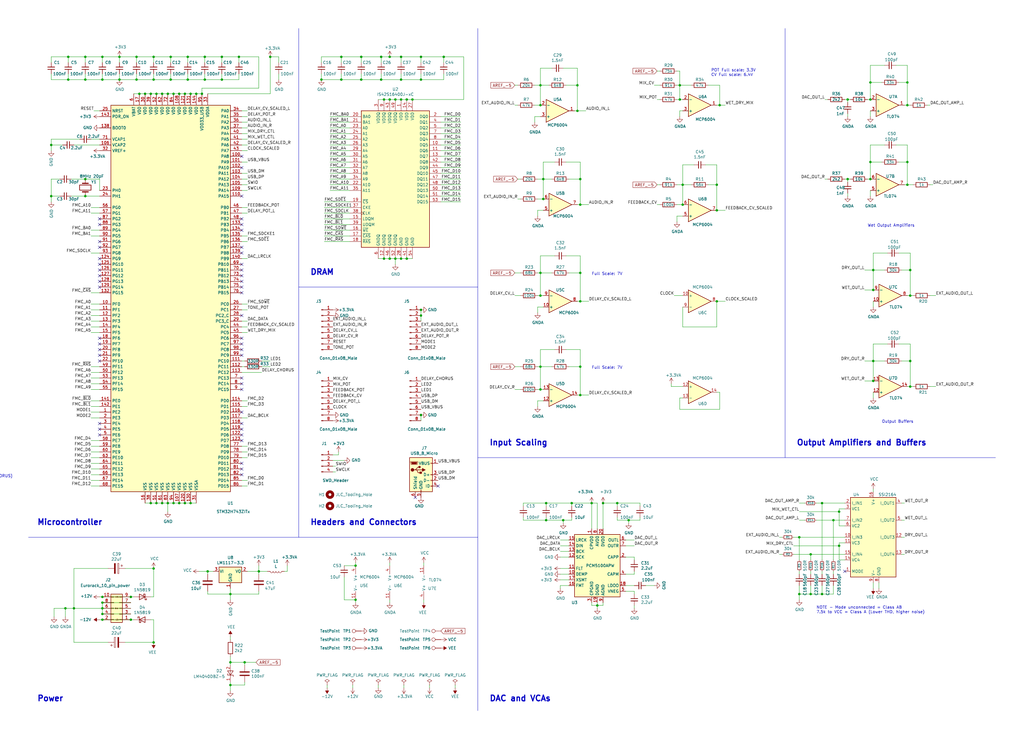
<source format=kicad_sch>
(kicad_sch (version 20230121) (generator eeschema)
  (paper "User" 457.2 330.2)
  (title_block (title "Retrospector") (company "Mountjoy Modular"))
  (junction (at 85.09 41.91))
  (junction (at 176.53 115.57))
  (junction (at 187.96 25.4))
  (junction (at 187.96 138.43))
  (junction (at 45.72 269.24))
  (junction (at 83.82 35.56))
  (junction (at 356.87 240.03))
  (junction (at 257.81 49.53))
  (junction (at 361.95 265.43))
  (junction (at 320.04 93.98))
  (junction (at 74.93 41.91))
  (junction (at 187.96 140.97))
  (junction (at 102.87 306.07))
  (junction (at 179.07 35.56))
  (junction (at 45.72 274.32))
  (junction (at 406.4 161.29))
  (junction (at 179.07 115.57))
  (junction (at 22.86 64.77))
  (junction (at 320.04 134.62))
  (junction (at 82.55 41.91))
  (junction (at 176.53 44.45))
  (junction (at 102.87 265.43))
  (junction (at 321.31 46.99))
  (junction (at 243.84 224.79))
  (junction (at 266.7 270.51))
  (junction (at 72.39 224.79))
  (junction (at 173.99 115.57))
  (junction (at 303.53 38.1))
  (junction (at 74.93 224.79))
  (junction (at 388.62 44.45))
  (junction (at 275.59 224.79))
  (junction (at 388.62 80.01))
  (junction (at 406.4 120.65))
  (junction (at 68.58 35.56))
  (junction (at 378.46 44.45))
  (junction (at 45.72 271.78))
  (junction (at 67.31 224.79))
  (junction (at 406.4 132.08))
  (junction (at 198.12 25.4))
  (junction (at 158.75 267.97))
  (junction (at 64.77 41.91))
  (junction (at 58.42 266.7))
  (junction (at 106.68 25.4))
  (junction (at 38.1 87.63))
  (junction (at 405.13 36.83))
  (junction (at 179.07 25.4))
  (junction (at 243.84 232.41))
  (junction (at 158.75 252.73))
  (junction (at 257.81 38.1))
  (junction (at 115.57 255.27))
  (junction (at 241.3 38.1))
  (junction (at 53.34 35.56))
  (junction (at 62.23 41.91))
  (junction (at 120.65 25.4))
  (junction (at 184.15 44.45))
  (junction (at 68.58 287.02))
  (junction (at 109.22 295.91))
  (junction (at 77.47 41.91))
  (junction (at 181.61 44.45))
  (junction (at 91.44 25.4))
  (junction (at 170.18 25.4))
  (junction (at 241.3 163.83))
  (junction (at 264.16 224.79))
  (junction (at 259.08 80.01))
  (junction (at 259.08 91.44))
  (junction (at 187.96 185.42))
  (junction (at 91.44 35.56))
  (junction (at 60.96 35.56))
  (junction (at 255.27 224.79))
  (junction (at 171.45 44.45))
  (junction (at 389.89 170.18))
  (junction (at 69.85 41.91))
  (junction (at 92.71 255.27))
  (junction (at 83.82 25.4))
  (junction (at 45.72 35.56))
  (junction (at 303.53 44.45))
  (junction (at 53.34 25.4))
  (junction (at 45.72 276.86))
  (junction (at 259.08 163.83))
  (junction (at 90.17 41.91))
  (junction (at 99.06 25.4))
  (junction (at 38.1 80.01))
  (junction (at 80.01 224.79))
  (junction (at 241.3 121.92))
  (junction (at 259.08 134.62))
  (junction (at 152.4 25.4))
  (junction (at 304.8 82.55))
  (junction (at 241.3 132.08))
  (junction (at 367.03 224.79))
  (junction (at 389.89 129.54))
  (junction (at 374.65 228.6))
  (junction (at 85.09 224.79))
  (junction (at 60.96 25.4))
  (junction (at 68.58 25.4))
  (junction (at 378.46 80.01))
  (junction (at 82.55 224.79))
  (junction (at 181.61 115.57))
  (junction (at 388.62 72.39))
  (junction (at 99.06 35.56))
  (junction (at 68.58 254))
  (junction (at 171.45 115.57))
  (junction (at 30.48 25.4))
  (junction (at 179.07 44.45))
  (junction (at 33.02 271.78))
  (junction (at 389.89 120.65))
  (junction (at 356.87 265.43))
  (junction (at 38.1 35.56))
  (junction (at 173.99 44.45))
  (junction (at 22.86 87.63))
  (junction (at 251.46 232.41))
  (junction (at 405.13 82.55))
  (junction (at 187.96 35.56))
  (junction (at 388.62 36.83))
  (junction (at 76.2 35.56))
  (junction (at 367.03 265.43))
  (junction (at 69.85 224.79))
  (junction (at 405.13 46.99))
  (junction (at 102.87 295.91))
  (junction (at 406.4 172.72))
  (junction (at 280.67 232.41))
  (junction (at 87.63 41.91))
  (junction (at 259.08 121.92))
  (junction (at 67.31 41.91))
  (junction (at 242.57 88.9))
  (junction (at 30.48 35.56))
  (junction (at 405.13 72.39))
  (junction (at 170.18 35.56))
  (junction (at 374.65 243.84))
  (junction (at 389.89 161.29))
  (junction (at 143.51 35.56))
  (junction (at 241.3 46.99))
  (junction (at 38.1 25.4))
  (junction (at 242.57 80.01))
  (junction (at 29.21 271.78))
  (junction (at 361.95 247.65))
  (junction (at 152.4 35.56))
  (junction (at 259.08 176.53))
  (junction (at 372.11 232.41))
  (junction (at 45.72 266.7))
  (junction (at 76.2 25.4))
  (junction (at 58.42 276.86))
  (junction (at 320.04 82.55))
  (junction (at 173.99 25.4))
  (junction (at 80.01 41.91))
  (junction (at 304.8 91.44))
  (junction (at 161.29 35.56))
  (junction (at 269.24 224.79))
  (junction (at 241.3 173.99))
  (junction (at 161.29 25.4))
  (junction (at 77.47 224.79))
  (junction (at 72.39 41.91))
  (junction (at 45.72 25.4))
  (no_connect (at -12.7 33.02))
  (no_connect (at 107.95 171.45))
  (no_connect (at 44.45 153.67))
  (no_connect (at 107.95 113.03))
  (no_connect (at -12.7 43.18))
  (no_connect (at 107.95 120.65))
  (no_connect (at -12.7 35.56))
  (no_connect (at 107.95 212.09))
  (no_connect (at 44.45 100.33))
  (no_connect (at 107.95 118.11))
  (no_connect (at 44.45 125.73))
  (no_connect (at -12.7 38.1))
  (no_connect (at 107.95 151.13))
  (no_connect (at 44.45 189.23))
  (no_connect (at 377.19 255.27))
  (no_connect (at 44.45 110.49))
  (no_connect (at -12.7 50.8))
  (no_connect (at 107.95 189.23))
  (no_connect (at 44.45 115.57))
  (no_connect (at 44.45 161.29))
  (no_connect (at 44.45 156.21))
  (no_connect (at 107.95 156.21))
  (no_connect (at 107.95 102.87))
  (no_connect (at 195.58 217.17))
  (no_connect (at 44.45 120.65))
  (no_connect (at 107.95 191.77))
  (no_connect (at 107.95 97.79))
  (no_connect (at -12.7 40.64))
  (no_connect (at 44.45 194.31))
  (no_connect (at 107.95 87.63))
  (no_connect (at 44.45 151.13))
  (no_connect (at 107.95 207.01))
  (no_connect (at 107.95 196.85))
  (no_connect (at 44.45 158.75))
  (no_connect (at -12.7 45.72))
  (no_connect (at -12.7 48.26))
  (no_connect (at 107.95 100.33))
  (no_connect (at -12.7 27.94))
  (no_connect (at 107.95 74.93))
  (no_connect (at 107.95 209.55))
  (no_connect (at 107.95 158.75))
  (no_connect (at 107.95 194.31))
  (no_connect (at 185.42 222.25))
  (no_connect (at 44.45 97.79))
  (no_connect (at 107.95 140.97))
  (no_connect (at -12.7 53.34))
  (no_connect (at 44.45 191.77))
  (no_connect (at 107.95 184.15))
  (no_connect (at 107.95 69.85))
  (no_connect (at 107.95 128.27))
  (no_connect (at 107.95 173.99))
  (no_connect (at 44.45 118.11))
  (no_connect (at 107.95 153.67))
  (no_connect (at -12.7 22.86))
  (no_connect (at -12.7 30.48))
  (no_connect (at 107.95 123.19))
  (no_connect (at 107.95 110.49))
  (no_connect (at 107.95 130.81))
  (no_connect (at 44.45 128.27))
  (no_connect (at 107.95 168.91))
  (no_connect (at 44.45 123.19))
  (no_connect (at 44.45 107.95))
  (no_connect (at 107.95 125.73))
  (no_connect (at -12.7 25.4))
  (wire (pts (xy 259.08 72.39) (xy 259.08 80.01)))
  (wire (pts (xy 83.82 35.56) (xy 91.44 35.56)))
  (wire (pts (xy 107.95 143.51) (xy 110.49 143.51)))
  (wire (pts (xy 280.67 233.68) (xy 280.67 232.41)))
  (wire (pts (xy 347.98 240.03) (xy 349.25 240.03)))
  (wire (pts (xy 44.45 95.25) (xy 40.64 95.25)))
  (wire (pts (xy 255.27 231.14) (xy 255.27 232.41)))
  (wire (pts (xy 279.4 261.62) (xy 283.21 261.62)))
  (wire (pts (xy 116.84 161.29) (xy 120.65 161.29)))
  (wire (pts (xy 405.13 36.83) (xy 405.13 46.99)))
  (wire (pts (xy 275.59 232.41) (xy 280.67 232.41)))
  (wire (pts (xy 240.03 80.01) (xy 242.57 80.01)))
  (wire (pts (xy 304.8 177.8) (xy 303.53 177.8)))
  (wire (pts (xy 252.73 156.21) (xy 259.08 156.21)))
  (wire (pts (xy 233.68 231.14) (xy 233.68 232.41)))
  (wire (pts (xy 106.68 25.4) (xy 99.06 25.4)))
  (wire (pts (xy 400.05 64.77) (xy 405.13 64.77)))
  (wire (pts (xy 205.74 72.39) (xy 196.85 72.39)))
  (wire (pts (xy 304.8 82.55) (xy 304.8 91.44)))
  (wire (pts (xy 30.48 35.56) (xy 38.1 35.56)))
  (wire (pts (xy 110.49 179.07) (xy 107.95 179.07)))
  (wire (pts (xy 257.81 91.44) (xy 259.08 91.44)))
  (wire (pts (xy 38.1 33.02) (xy 38.1 35.56)))
  (wire (pts (xy 40.64 196.85) (xy 44.45 196.85)))
  (wire (pts (xy 378.46 45.72) (xy 378.46 44.45)))
  (wire (pts (xy 168.91 115.57) (xy 171.45 115.57)))
  (wire (pts (xy 53.34 27.94) (xy 53.34 25.4)))
  (wire (pts (xy 242.57 137.16) (xy 240.03 137.16)))
  (wire (pts (xy 279.4 248.92) (xy 283.21 248.92)))
  (wire (pts (xy 44.45 163.83) (xy 40.64 163.83)))
  (wire (pts (xy 44.45 179.07) (xy 40.64 179.07)))
  (wire (pts (xy 302.26 91.44) (xy 304.8 91.44)))
  (wire (pts (xy 76.2 25.4) (xy 83.82 25.4)))
  (wire (pts (xy 241.3 114.3) (xy 241.3 121.92)))
  (wire (pts (xy 68.58 266.7) (xy 68.58 254)))
  (wire (pts (xy 302.26 31.75) (xy 303.53 31.75)))
  (wire (pts (xy 156.21 107.95) (xy 144.78 107.95)))
  (wire (pts (xy 147.32 54.61) (xy 156.21 54.61)))
  (wire (pts (xy 205.74 67.31) (xy 196.85 67.31)))
  (wire (pts (xy 161.29 33.02) (xy 161.29 35.56)))
  (wire (pts (xy 368.3 44.45) (xy 369.57 44.45)))
  (wire (pts (xy 240.03 88.9) (xy 242.57 88.9)))
  (wire (pts (xy 156.21 62.23) (xy 147.32 62.23)))
  (wire (pts (xy 76.2 35.56) (xy 83.82 35.56)))
  (wire (pts (xy 170.18 35.56) (xy 179.07 35.56)))
  (wire (pts (xy 285.75 231.14) (xy 285.75 232.41)))
  (wire (pts (xy 302.26 96.52) (xy 302.26 99.06)))
  (wire (pts (xy 251.46 30.48) (xy 257.81 30.48)))
  (wire (pts (xy 156.21 80.01) (xy 147.32 80.01)))
  (wire (pts (xy 240.03 163.83) (xy 241.3 163.83)))
  (wire (pts (xy 68.58 35.56) (xy 76.2 35.56)))
  (wire (pts (xy 378.46 86.36) (xy 378.46 87.63)))
  (wire (pts (xy 110.49 72.39) (xy 107.95 72.39)))
  (wire (pts (xy 69.85 224.79) (xy 72.39 224.79)))
  (wire (pts (xy 144.78 102.87) (xy 156.21 102.87)))
  (wire (pts (xy 302.26 38.1) (xy 303.53 38.1)))
  (wire (pts (xy 405.13 36.83) (xy 401.32 36.83)))
  (wire (pts (xy 240.03 179.07) (xy 240.03 181.61)))
  (wire (pts (xy 44.45 276.86) (xy 45.72 276.86)))
  (wire (pts (xy 110.49 49.53) (xy 107.95 49.53)))
  (wire (pts (xy 80.01 41.91) (xy 82.55 41.91)))
  (wire (pts (xy 22.86 87.63) (xy 26.67 87.63)))
  (wire (pts (xy 156.21 69.85) (xy 147.32 69.85)))
  (wire (pts (xy 41.91 49.53) (xy 44.45 49.53)))
  (wire (pts (xy 181.61 115.57) (xy 184.15 115.57)))
  (wire (pts (xy 156.21 67.31) (xy 147.32 67.31)))
  (wire (pts (xy 368.3 80.01) (xy 369.57 80.01)))
  (wire (pts (xy 361.95 250.19) (xy 361.95 247.65)))
  (wire (pts (xy 148.59 205.74) (xy 153.67 205.74)))
  (wire (pts (xy 161.29 35.56) (xy 170.18 35.56)))
  (wire (pts (xy 389.89 260.35) (xy 389.89 262.89)))
  (wire (pts (xy 82.55 224.79) (xy 85.09 224.79)))
  (wire (pts (xy 187.96 143.51) (xy 187.96 140.97)))
  (polyline (pts (xy 213.36 204.47) (xy 444.5 204.47)))
  (wire (pts (xy 323.85 134.62) (xy 320.04 134.62)))
  (wire (pts (xy 294.64 38.1) (xy 292.1 38.1)))
  (wire (pts (xy 367.03 265.43) (xy 372.11 265.43)))
  (wire (pts (xy 241.3 132.08) (xy 242.57 132.08)))
  (wire (pts (xy 377.19 44.45) (xy 378.46 44.45)))
  (wire (pts (xy 207.01 25.4) (xy 207.01 44.45)))
  (wire (pts (xy 266.7 224.79) (xy 264.16 224.79)))
  (wire (pts (xy 256.54 49.53) (xy 257.81 49.53)))
  (wire (pts (xy 303.53 177.8) (xy 303.53 182.88)))
  (wire (pts (xy 401.32 113.03) (xy 406.4 113.03)))
  (wire (pts (xy 74.93 224.79) (xy 74.93 228.6)))
  (wire (pts (xy 393.7 36.83) (xy 388.62 36.83)))
  (wire (pts (xy 367.03 261.62) (xy 367.03 265.43)))
  (wire (pts (xy 308.61 82.55) (xy 304.8 82.55)))
  (wire (pts (xy 198.12 27.94) (xy 198.12 25.4)))
  (wire (pts (xy 31.75 80.01) (xy 38.1 80.01)))
  (wire (pts (xy 406.4 132.08) (xy 407.67 132.08)))
  (wire (pts (xy 90.17 39.37) (xy 115.57 39.37)))
  (wire (pts (xy 40.64 209.55) (xy 44.45 209.55)))
  (wire (pts (xy 367.03 224.79) (xy 377.19 224.79)))
  (wire (pts (xy 205.74 77.47) (xy 196.85 77.47)))
  (wire (pts (xy 402.59 232.41) (xy 403.86 232.41)))
  (wire (pts (xy 406.4 113.03) (xy 406.4 120.65)))
  (wire (pts (xy 250.19 241.3) (xy 254 241.3)))
  (wire (pts (xy 99.06 35.56) (xy 106.68 35.56)))
  (wire (pts (xy 255.27 224.79) (xy 264.16 224.79)))
  (wire (pts (xy 176.53 115.57) (xy 179.07 115.57)))
  (wire (pts (xy 128.27 252.73) (xy 128.27 255.27)))
  (wire (pts (xy 44.45 186.69) (xy 40.64 186.69)))
  (wire (pts (xy 205.74 82.55) (xy 196.85 82.55)))
  (wire (pts (xy 40.64 113.03) (xy 44.45 113.03)))
  (wire (pts (xy 364.49 232.41) (xy 372.11 232.41)))
  (wire (pts (xy 250.19 254) (xy 254 254)))
  (wire (pts (xy 45.72 25.4) (xy 53.34 25.4)))
  (wire (pts (xy 257.81 134.62) (xy 259.08 134.62)))
  (wire (pts (xy 44.45 171.45) (xy 40.64 171.45)))
  (wire (pts (xy 387.35 80.01) (xy 388.62 80.01)))
  (wire (pts (xy 207.01 44.45) (xy 184.15 44.45)))
  (wire (pts (xy 180.34 306.07) (xy 180.34 307.34)))
  (wire (pts (xy 147.32 57.15) (xy 156.21 57.15)))
  (wire (pts (xy 389.89 113.03) (xy 389.89 120.65)))
  (wire (pts (xy 257.81 30.48) (xy 257.81 38.1)))
  (wire (pts (xy 110.49 217.17) (xy 107.95 217.17)))
  (wire (pts (xy 40.64 105.41) (xy 44.45 105.41)))
  (wire (pts (xy 388.62 29.21) (xy 388.62 36.83)))
  (wire (pts (xy 254 80.01) (xy 259.08 80.01)))
  (wire (pts (xy 45.72 27.94) (xy 45.72 25.4)))
  (wire (pts (xy 144.78 92.71) (xy 156.21 92.71)))
  (wire (pts (xy 321.31 46.99) (xy 323.85 46.99)))
  (wire (pts (xy 110.49 107.95) (xy 107.95 107.95)))
  (wire (pts (xy 27.94 64.77) (xy 22.86 64.77)))
  (wire (pts (xy 147.32 52.07) (xy 156.21 52.07)))
  (wire (pts (xy 107.95 163.83) (xy 109.22 163.83)))
  (wire (pts (xy 388.62 72.39) (xy 388.62 80.01)))
  (wire (pts (xy 406.4 132.08) (xy 406.4 120.65)))
  (wire (pts (xy 161.29 25.4) (xy 170.18 25.4)))
  (wire (pts (xy 241.3 52.07) (xy 238.76 52.07)))
  (wire (pts (xy 45.72 266.7) (xy 58.42 266.7)))
  (wire (pts (xy 250.19 261.62) (xy 250.19 262.89)))
  (wire (pts (xy 361.95 255.27) (xy 361.95 256.54)))
  (wire (pts (xy 279.4 241.3) (xy 283.21 241.3)))
  (wire (pts (xy 205.74 57.15) (xy 196.85 57.15)))
  (wire (pts (xy 170.18 33.02) (xy 170.18 35.56)))
  (wire (pts (xy 107.95 161.29) (xy 109.22 161.29)))
  (wire (pts (xy 33.02 271.78) (xy 45.72 271.78)))
  (wire (pts (xy 68.58 276.86) (xy 68.58 287.02)))
  (wire (pts (xy 377.19 250.19) (xy 374.65 250.19)))
  (wire (pts (xy 68.58 27.94) (xy 68.58 25.4)))
  (wire (pts (xy 114.3 295.91) (xy 109.22 295.91)))
  (wire (pts (xy 60.96 35.56) (xy 60.96 33.02)))
  (wire (pts (xy 266.7 224.79) (xy 266.7 236.22)))
  (wire (pts (xy 116.84 163.83) (xy 120.65 163.83)))
  (wire (pts (xy 85.09 41.91) (xy 87.63 41.91)))
  (wire (pts (xy 107.95 115.57) (xy 110.49 115.57)))
  (wire (pts (xy 143.51 35.56) (xy 143.51 33.02)))
  (wire (pts (xy 285.75 226.06) (xy 285.75 224.79)))
  (wire (pts (xy 124.46 33.02) (xy 124.46 35.56)))
  (wire (pts (xy 405.13 82.55) (xy 407.67 82.55)))
  (wire (pts (xy 83.82 35.56) (xy 83.82 33.02)))
  (wire (pts (xy 198.12 35.56) (xy 198.12 33.02)))
  (wire (pts (xy 378.46 80.01) (xy 379.73 80.01)))
  (wire (pts (xy 124.46 27.94) (xy 124.46 25.4)))
  (wire (pts (xy 187.96 25.4) (xy 198.12 25.4)))
  (wire (pts (xy 171.45 44.45) (xy 168.91 44.45)))
  (wire (pts (xy 257.81 176.53) (xy 259.08 176.53)))
  (wire (pts (xy 231.14 80.01) (xy 232.41 80.01)))
  (wire (pts (xy 401.32 153.67) (xy 406.4 153.67)))
  (wire (pts (xy 259.08 80.01) (xy 259.08 91.44)))
  (wire (pts (xy 92.71 41.91) (xy 120.65 41.91)))
  (wire (pts (xy 82.55 41.91) (xy 85.09 41.91)))
  (wire (pts (xy 389.89 175.26) (xy 389.89 177.8)))
  (wire (pts (xy 143.51 35.56) (xy 152.4 35.56)))
  (wire (pts (xy 259.08 114.3) (xy 259.08 121.92)))
  (wire (pts (xy 405.13 172.72) (xy 406.4 172.72)))
  (wire (pts (xy 389.89 153.67) (xy 389.89 161.29)))
  (wire (pts (xy 68.58 254) (xy 55.88 254)))
  (wire (pts (xy 110.49 77.47) (xy 107.95 77.47)))
  (wire (pts (xy 102.87 306.07) (xy 102.87 308.61)))
  (wire (pts (xy 299.72 171.45) (xy 299.72 172.72)))
  (wire (pts (xy 266.7 269.24) (xy 266.7 270.51)))
  (wire (pts (xy 173.99 251.46) (xy 173.99 252.73)))
  (wire (pts (xy 173.99 44.45) (xy 171.45 44.45)))
  (wire (pts (xy 187.96 27.94) (xy 187.96 25.4)))
  (wire (pts (xy 205.74 90.17) (xy 196.85 90.17)))
  (wire (pts (xy 389.89 120.65) (xy 389.89 129.54)))
  (wire (pts (xy 40.64 217.17) (xy 44.45 217.17)))
  (wire (pts (xy 179.07 44.45) (xy 176.53 44.45)))
  (wire (pts (xy 110.49 64.77) (xy 107.95 64.77)))
  (wire (pts (xy 269.24 270.51) (xy 266.7 270.51)))
  (wire (pts (xy 44.45 138.43) (xy 40.64 138.43)))
  (wire (pts (xy 241.3 156.21) (xy 241.3 163.83)))
  (wire (pts (xy 275.59 224.79) (xy 285.75 224.79)))
  (wire (pts (xy 69.85 41.91) (xy 72.39 41.91)))
  (wire (pts (xy 152.4 35.56) (xy 161.29 35.56)))
  (wire (pts (xy 74.93 224.79) (xy 77.47 224.79)))
  (wire (pts (xy 144.78 90.17) (xy 156.21 90.17)))
  (wire (pts (xy 156.21 82.55) (xy 147.32 82.55)))
  (wire (pts (xy 386.08 120.65) (xy 389.89 120.65)))
  (wire (pts (xy 367.03 255.27) (xy 367.03 256.54)))
  (wire (pts (xy 110.49 54.61) (xy 107.95 54.61)))
  (wire (pts (xy 22.86 80.01) (xy 22.86 87.63)))
  (wire (pts (xy 107.95 138.43) (xy 110.49 138.43)))
  (wire (pts (xy 40.64 204.47) (xy 44.45 204.47)))
  (polyline (pts (xy 133.35 240.03) (xy 133.35 12.7)))
  (wire (pts (xy 302.26 82.55) (xy 304.8 82.55)))
  (wire (pts (xy 22.86 25.4) (xy 30.48 25.4)))
  (wire (pts (xy 252.73 38.1) (xy 257.81 38.1)))
  (wire (pts (xy 400.05 29.21) (xy 405.13 29.21)))
  (wire (pts (xy 246.38 80.01) (xy 242.57 80.01)))
  (wire (pts (xy 321.31 38.1) (xy 321.31 46.99)))
  (wire (pts (xy 316.23 82.55) (xy 320.04 82.55)))
  (wire (pts (xy 203.2 306.07) (xy 203.2 307.34)))
  (wire (pts (xy 107.95 82.55) (xy 110.49 82.55)))
  (wire (pts (xy 259.08 163.83) (xy 259.08 176.53)))
  (wire (pts (xy 242.57 93.98) (xy 240.03 93.98)))
  (wire (pts (xy 90.17 41.91) (xy 90.17 39.37)))
  (wire (pts (xy 45.72 271.78) (xy 45.72 274.32)))
  (wire (pts (xy 76.2 25.4) (xy 76.2 27.94)))
  (wire (pts (xy 388.62 36.83) (xy 388.62 44.45)))
  (wire (pts (xy 44.45 80.01) (xy 38.1 80.01)))
  (wire (pts (xy 386.08 161.29) (xy 389.89 161.29)))
  (wire (pts (xy 102.87 262.89) (xy 102.87 265.43)))
  (wire (pts (xy 304.8 146.05) (xy 304.8 137.16)))
  (wire (pts (xy 58.42 269.24) (xy 45.72 269.24)))
  (wire (pts (xy 102.87 306.07) (xy 109.22 306.07)))
  (wire (pts (xy 356.87 232.41) (xy 359.41 232.41)))
  (wire (pts (xy 356.87 267.97) (xy 356.87 265.43)))
  (wire (pts (xy 44.45 173.99) (xy 40.64 173.99)))
  (wire (pts (xy 389.89 218.44) (xy 389.89 219.71)))
  (wire (pts (xy 387.35 44.45) (xy 388.62 44.45)))
  (wire (pts (xy 205.74 87.63) (xy 196.85 87.63)))
  (wire (pts (xy 405.13 46.99) (xy 406.4 46.99)))
  (wire (pts (xy 168.91 306.07) (xy 168.91 307.34)))
  (wire (pts (xy 156.21 85.09) (xy 147.32 85.09)))
  (wire (pts (xy 156.21 97.79) (xy 144.78 97.79)))
  (wire (pts (xy 303.53 31.75) (xy 303.53 38.1)))
  (wire (pts (xy 299.72 172.72) (xy 304.8 172.72)))
  (wire (pts (xy 388.62 85.09) (xy 388.62 87.63)))
  (wire (pts (xy 30.48 27.94) (xy 30.48 25.4)))
  (wire (pts (xy 68.58 287.02) (xy 55.88 287.02)))
  (wire (pts (xy 309.88 73.66) (xy 304.8 73.66)))
  (wire (pts (xy 158.75 251.46) (xy 158.75 252.73)))
  (wire (pts (xy 44.45 146.05) (xy 40.64 146.05)))
  (wire (pts (xy 394.97 29.21) (xy 388.62 29.21)))
  (wire (pts (xy 205.74 54.61) (xy 196.85 54.61)))
  (wire (pts (xy 205.74 69.85) (xy 196.85 69.85)))
  (wire (pts (xy 316.23 38.1) (xy 321.31 38.1)))
  (wire (pts (xy 184.15 44.45) (xy 181.61 44.45)))
  (wire (pts (xy 205.74 85.09) (xy 196.85 85.09)))
  (wire (pts (xy 233.68 224.79) (xy 243.84 224.79)))
  (wire (pts (xy 402.59 247.65) (xy 403.86 247.65)))
  (wire (pts (xy 40.64 135.89) (xy 44.45 135.89)))
  (wire (pts (xy 107.95 166.37) (xy 116.84 166.37)))
  (wire (pts (xy 152.4 27.94) (xy 152.4 25.4)))
  (wire (pts (xy 179.07 25.4) (xy 187.96 25.4)))
  (wire (pts (xy 48.26 287.02) (xy 33.02 287.02)))
  (wire (pts (xy 24.13 275.59) (xy 24.13 271.78)))
  (wire (pts (xy 283.21 255.27) (xy 283.21 256.54)))
  (wire (pts (xy 378.46 50.8) (xy 378.46 52.07)))
  (wire (pts (xy 356.87 261.62) (xy 356.87 265.43)))
  (wire (pts (xy 241.3 30.48) (xy 241.3 38.1)))
  (wire (pts (xy 320.04 146.05) (xy 320.04 134.62)))
  (wire (pts (xy 24.13 271.78) (xy 29.21 271.78)))
  (wire (pts (xy 60.96 35.56) (xy 68.58 35.56)))
  (wire (pts (xy 406.4 172.72) (xy 406.4 161.29)))
  (wire (pts (xy 60.96 27.94) (xy 60.96 25.4)))
  (wire (pts (xy 361.95 261.62) (xy 361.95 265.43)))
  (wire (pts (xy 406.4 172.72) (xy 407.67 172.72)))
  (wire (pts (xy 107.95 85.09) (xy 110.49 85.09)))
  (wire (pts (xy 99.06 33.02) (xy 99.06 35.56)))
  (wire (pts (xy 354.33 240.03) (xy 356.87 240.03)))
  (wire (pts (xy 48.26 254) (xy 33.02 254)))
  (wire (pts (xy 269.24 224.79) (xy 269.24 236.22)))
  (wire (pts (xy 115.57 255.27) (xy 115.57 256.54)))
  (wire (pts (xy 64.77 41.91) (xy 67.31 41.91)))
  (wire (pts (xy 303.53 44.45) (xy 304.8 44.45)))
  (wire (pts (xy 115.57 25.4) (xy 106.68 25.4)))
  (wire (pts (xy 229.87 46.99) (xy 231.14 46.99)))
  (wire (pts (xy 88.9 255.27) (xy 92.71 255.27)))
  (wire (pts (xy 77.47 224.79) (xy 80.01 224.79)))
  (wire (pts (xy 389.89 161.29) (xy 389.89 170.18)))
  (wire (pts (xy 250.19 259.08) (xy 254 259.08)))
  (wire (pts (xy 372.11 261.62) (xy 372.11 265.43)))
  (wire (pts (xy 148.59 203.2) (xy 151.13 203.2)))
  (wire (pts (xy 22.86 67.31) (xy 22.86 64.77)))
  (wire (pts (xy 87.63 41.91) (xy 90.17 41.91)))
  (wire (pts (xy 377.19 234.95) (xy 374.65 234.95)))
  (wire (pts (xy 372.11 232.41) (xy 377.19 232.41)))
  (wire (pts (xy 68.58 33.02) (xy 68.58 35.56)))
  (wire (pts (xy 304.8 146.05) (xy 320.04 146.05)))
  (wire (pts (xy 179.07 35.56) (xy 187.96 35.56)))
  (wire (pts (xy 254 121.92) (xy 259.08 121.92)))
  (wire (pts (xy 83.82 27.94) (xy 83.82 25.4)))
  (wire (pts (xy 67.31 224.79) (xy 69.85 224.79)))
  (wire (pts (xy 367.03 250.19) (xy 367.03 224.79)))
  (wire (pts (xy 110.49 181.61) (xy 107.95 181.61)))
  (wire (pts (xy 261.62 49.53) (xy 257.81 49.53)))
  (wire (pts (xy 187.96 35.56) (xy 198.12 35.56)))
  (wire (pts (xy 251.46 233.68) (xy 251.46 232.41)))
  (wire (pts (xy 377.19 80.01) (xy 378.46 80.01)))
  (wire (pts (xy 238.76 38.1) (xy 241.3 38.1)))
  (wire (pts (xy 275.59 226.06) (xy 275.59 224.79)))
  (wire (pts (xy 262.89 91.44) (xy 259.08 91.44)))
  (wire (pts (xy 143.51 27.94) (xy 143.51 25.4)))
  (wire (pts (xy 361.95 247.65) (xy 377.19 247.65)))
  (wire (pts (xy 109.22 306.07) (xy 109.22 304.8)))
  (wire (pts (xy 153.67 252.73) (xy 158.75 252.73)))
  (wire (pts (xy 179.07 25.4) (xy 173.99 25.4)))
  (wire (pts (xy 26.67 80.01) (xy 22.86 80.01)))
  (wire (pts (xy 264.16 269.24) (xy 264.16 270.51)))
  (wire (pts (xy 152.4 25.4) (xy 161.29 25.4)))
  (wire (pts (xy 92.71 265.43) (xy 102.87 265.43)))
  (wire (pts (xy 176.53 44.45) (xy 173.99 44.45)))
  (wire (pts (xy 120.65 25.4) (xy 120.65 41.91)))
  (wire (pts (xy 115.57 39.37) (xy 115.57 25.4)))
  (wire (pts (xy 321.31 175.26) (xy 320.04 175.26)))
  (wire (pts (xy 240.03 173.99) (xy 241.3 173.99)))
  (wire (pts (xy 44.45 143.51) (xy 40.64 143.51)))
  (wire (pts (xy 392.43 260.35) (xy 392.43 262.89)))
  (wire (pts (xy 394.97 64.77) (xy 388.62 64.77)))
  (wire (pts (xy 403.86 82.55) (xy 405.13 82.55)))
  (wire (pts (xy 92.71 264.16) (xy 92.71 265.43)))
  (wire (pts (xy 364.49 224.79) (xy 367.03 224.79)))
  (wire (pts (xy 85.09 224.79) (xy 87.63 224.79)))
  (wire (pts (xy 115.57 255.27) (xy 119.38 255.27)))
  (wire (pts (xy 144.78 95.25) (xy 156.21 95.25)))
  (wire (pts (xy 266.7 270.51) (xy 266.7 271.78)))
  (wire (pts (xy 372.11 250.19) (xy 372.11 232.41)))
  (wire (pts (xy 173.99 267.97) (xy 173.99 269.24)))
  (wire (pts (xy 389.89 134.62) (xy 389.89 137.16)))
  (wire (pts (xy 393.7 72.39) (xy 388.62 72.39)))
  (wire (pts (xy 321.31 46.99) (xy 320.04 46.99)))
  (wire (pts (xy 303.53 44.45) (xy 303.53 38.1)))
  (wire (pts (xy 275.59 231.14) (xy 275.59 232.41)))
  (wire (pts (xy 241.3 173.99) (xy 242.57 173.99)))
  (polyline (pts (xy 350.52 12.7) (xy 350.52 204.47)))
  (wire (pts (xy 58.42 276.86) (xy 59.69 276.86)))
  (wire (pts (xy 110.49 201.93) (xy 107.95 201.93)))
  (wire (pts (xy 300.99 132.08) (xy 304.8 132.08)))
  (wire (pts (xy 102.87 265.43) (xy 102.87 267.97)))
  (wire (pts (xy 102.87 293.37) (xy 102.87 295.91)))
  (wire (pts (xy 143.51 25.4) (xy 152.4 25.4)))
  (wire (pts (xy 156.21 64.77) (xy 147.32 64.77)))
  (wire (pts (xy 156.21 100.33) (xy 144.78 100.33)))
  (wire (pts (xy 356.87 265.43) (xy 361.95 265.43)))
  (wire (pts (xy 388.62 64.77) (xy 388.62 72.39)))
  (wire (pts (xy 110.49 105.41) (xy 107.95 105.41)))
  (wire (pts (xy 156.21 59.69) (xy 147.32 59.69)))
  (wire (pts (xy 246.38 163.83) (xy 241.3 163.83)))
  (wire (pts (xy 22.86 27.94) (xy 22.86 25.4)))
  (wire (pts (xy 22.86 62.23) (xy 35.56 62.23)))
  (wire (pts (xy 243.84 224.79) (xy 255.27 224.79)))
  (wire (pts (xy 293.37 91.44) (xy 294.64 91.44)))
  (wire (pts (xy 189.23 267.97) (xy 189.23 269.24)))
  (wire (pts (xy 45.72 33.02) (xy 45.72 35.56)))
  (wire (pts (xy 303.53 182.88) (xy 321.31 182.88)))
  (wire (pts (xy 110.49 92.71) (xy 107.95 92.71)))
  (wire (pts (xy 374.65 228.6) (xy 374.65 234.95)))
  (wire (pts (xy 72.39 41.91) (xy 74.93 41.91)))
  (wire (pts (xy 110.49 148.59) (xy 107.95 148.59)))
  (wire (pts (xy 347.98 247.65) (xy 349.25 247.65)))
  (wire (pts (xy 229.87 132.08) (xy 232.41 132.08)))
  (wire (pts (xy 354.33 247.65) (xy 361.95 247.65)))
  (wire (pts (xy 67.31 41.91) (xy 69.85 41.91)))
  (wire (pts (xy 58.42 274.32) (xy 45.72 274.32)))
  (wire (pts (xy 187.96 187.96) (xy 187.96 185.42)))
  (wire (pts (xy 40.64 207.01) (xy 44.45 207.01)))
  (wire (pts (xy 30.48 25.4) (xy 38.1 25.4)))
  (wire (pts (xy 44.45 184.15) (xy 40.64 184.15)))
  (wire (pts (xy 229.87 121.92) (xy 232.41 121.92)))
  (wire (pts (xy 91.44 25.4) (xy 99.06 25.4)))
  (wire (pts (xy 402.59 240.03) (xy 403.86 240.03)))
  (wire (pts (xy 323.85 93.98) (xy 320.04 93.98)))
  (wire (pts (xy 388.62 49.53) (xy 388.62 52.07)))
  (wire (pts (xy 406.4 120.65) (xy 402.59 120.65)))
  (wire (pts (xy 254 163.83) (xy 259.08 163.83)))
  (wire (pts (xy 374.65 228.6) (xy 356.87 228.6)))
  (wire (pts (xy 386.08 129.54) (xy 389.89 129.54)))
  (wire (pts (xy 250.19 246.38) (xy 254 246.38)))
  (wire (pts (xy 110.49 62.23) (xy 107.95 62.23)))
  (wire (pts (xy 109.22 297.18) (xy 109.22 295.91)))
  (wire (pts (xy 102.87 265.43) (xy 115.57 265.43)))
  (wire (pts (xy 170.18 25.4) (xy 173.99 25.4)))
  (wire (pts (xy 269.24 224.79) (xy 275.59 224.79)))
  (wire (pts (xy 156.21 72.39) (xy 147.32 72.39)))
  (wire (pts (xy 415.29 132.08) (xy 417.83 132.08)))
  (wire (pts (xy 173.99 115.57) (xy 176.53 115.57)))
  (wire (pts (xy 378.46 81.28) (xy 378.46 80.01)))
  (wire (pts (xy 110.49 95.25) (xy 107.95 95.25)))
  (wire (pts (xy 406.4 161.29) (xy 402.59 161.29)))
  (wire (pts (xy 415.29 82.55) (xy 416.56 82.55)))
  (wire (pts (xy 356.87 250.19) (xy 356.87 240.03)))
  (wire (pts (xy 269.24 269.24) (xy 269.24 270.51)))
  (wire (pts (xy 414.02 46.99) (xy 415.29 46.99)))
  (wire (pts (xy 156.21 105.41) (xy 144.78 105.41)))
  (wire (pts (xy 128.27 255.27) (xy 127 255.27)))
  (wire (pts (xy 294.64 44.45) (xy 293.37 44.45)))
  (wire (pts (xy 283.21 264.16) (xy 283.21 265.43)))
  (wire (pts (xy 229.87 163.83) (xy 232.41 163.83)))
  (wire (pts (xy 247.65 156.21) (xy 241.3 156.21)))
  (wire (pts (xy 110.49 57.15) (xy 107.95 57.15)))
  (wire (pts (xy 91.44 27.94) (xy 91.44 25.4)))
  (wire (pts (xy 110.49 214.63) (xy 107.95 214.63)))
  (wire (pts (xy 109.22 295.91) (xy 102.87 295.91)))
  (wire (pts (xy 374.65 243.84) (xy 374.65 250.19)))
  (wire (pts (xy 91.44 35.56) (xy 99.06 35.56)))
  (wire (pts (xy 40.64 214.63) (xy 44.45 214.63)))
  (wire (pts (xy 187.96 35.56) (xy 187.96 33.02)))
  (wire (pts (xy 243.84 226.06) (xy 243.84 224.79)))
  (wire (pts (xy 44.45 92.71) (xy 40.64 92.71)))
  (wire (pts (xy 304.8 96.52) (xy 302.26 96.52)))
  (wire (pts (xy 151.13 203.2) (xy 151.13 201.93)))
  (wire (pts (xy 191.77 306.07) (xy 191.77 307.34)))
  (wire (pts (xy 374.65 242.57) (xy 377.19 242.57)))
  (wire (pts (xy 241.3 163.83) (xy 241.3 173.99)))
  (wire (pts (xy 283.21 270.51) (xy 283.21 271.78)))
  (wire (pts (xy 405.13 132.08) (xy 406.4 132.08)))
  (wire (pts (xy 205.74 62.23) (xy 196.85 62.23)))
  (wire (pts (xy 33.02 254) (xy 33.02 271.78)))
  (wire (pts (xy 255.27 226.06) (xy 255.27 224.79)))
  (wire (pts (xy 44.45 166.37) (xy 40.64 166.37)))
  (wire (pts (xy 304.8 73.66) (xy 304.8 82.55)))
  (wire (pts (xy 245.11 38.1) (xy 241.3 38.1)))
  (wire (pts (xy 243.84 232.41) (xy 251.46 232.41)))
  (wire (pts (xy 44.45 168.91) (xy 40.64 168.91)))
  (wire (pts (xy 64.77 224.79) (xy 67.31 224.79)))
  (wire (pts (xy 110.49 135.89) (xy 107.95 135.89)))
  (wire (pts (xy 250.19 248.92) (xy 254 248.92)))
  (wire (pts (xy 77.47 41.91) (xy 80.01 41.91)))
  (wire (pts (xy 110.49 255.27) (xy 115.57 255.27)))
  (wire (pts (xy 149.86 210.82) (xy 148.59 210.82)))
  (wire (pts (xy 179.07 115.57) (xy 181.61 115.57)))
  (wire (pts (xy 110.49 146.05) (xy 107.95 146.05)))
  (wire (pts (xy 320.04 82.55) (xy 320.04 93.98)))
  (wire (pts (xy 238.76 46.99) (xy 241.3 46.99)))
  (wire (pts (xy 152.4 35.56) (xy 152.4 33.02)))
  (wire (pts (xy 102.87 304.8) (xy 102.87 306.07)))
  (wire (pts (xy 44.45 148.59) (xy 40.64 148.59)))
  (wire (pts (xy 378.46 44.45) (xy 379.73 44.45)))
  (wire (pts (xy 110.49 204.47) (xy 107.95 204.47)))
  (wire (pts (xy 403.86 46.99) (xy 405.13 46.99)))
  (wire (pts (xy 153.67 257.81) (xy 153.67 267.97)))
  (wire (pts (xy 247.65 114.3) (xy 241.3 114.3)))
  (wire (pts (xy 102.87 284.48) (xy 102.87 285.75)))
  (wire (pts (xy 288.29 261.62) (xy 292.1 261.62)))
  (wire (pts (xy 124.46 25.4) (xy 120.65 25.4)))
  (wire (pts (xy 240.03 132.08) (xy 241.3 132.08)))
  (wire (pts (xy 44.45 181.61) (xy 40.64 181.61)))
  (wire (pts (xy 110.49 59.69) (xy 107.95 59.69)))
  (wire (pts (xy 80.01 224.79) (xy 82.55 224.79)))
  (wire (pts (xy 279.4 256.54) (xy 283.21 256.54)))
  (wire (pts (xy 76.2 33.02) (xy 76.2 35.56)))
  (wire (pts (xy 406.4 153.67) (xy 406.4 161.29)))
  (wire (pts (xy 22.86 87.63) (xy 22.86 90.17)))
  (wire (pts (xy 405.13 29.21) (xy 405.13 36.83)))
  (wire (pts (xy 251.46 232.41) (xy 255.27 232.41)))
  (wire (pts (xy 377.19 227.33) (xy 374.65 227.33)))
  (wire (pts (xy 415.29 172.72) (xy 417.83 172.72)))
  (wire (pts (xy 181.61 44.45) (xy 179.07 44.45)))
  (wire (pts (xy 59.69 41.91) (xy 62.23 41.91)))
  (wire (pts (xy 92.71 256.54) (xy 92.71 255.27)))
  (wire (pts (xy 250.19 243.84) (xy 254 243.84)))
  (wire (pts (xy 229.87 173.99) (xy 232.41 173.99)))
  (wire (pts (xy 238.76 52.07) (xy 238.76 54.61)))
  (wire (pts (xy 22.86 64.77) (xy 22.86 62.23)))
  (wire (pts (xy 205.74 74.93) (xy 196.85 74.93)))
  (wire (pts (xy 252.73 114.3) (xy 259.08 114.3)))
  (wire (pts (xy 106.68 27.94) (xy 106.68 25.4)))
  (wire (pts (xy 205.74 64.77) (xy 196.85 64.77)))
  (wire (pts (xy 45.72 269.24) (xy 45.72 271.78)))
  (polyline (pts (xy 213.36 12.7) (xy 213.36 317.5)))
  (wire (pts (xy 156.21 74.93) (xy 147.32 74.93)))
  (wire (pts (xy 396.24 113.03) (xy 389.89 113.03)))
  (polyline (pts (xy 12.7 240.03) (xy 213.36 240.03)))
  (wire (pts (xy 74.93 41.91) (xy 77.47 41.91)))
  (wire (pts (xy 242.57 72.39) (xy 242.57 80.01)))
  (wire (pts (xy 402.59 224.79) (xy 403.86 224.79)))
  (wire (pts (xy 198.12 25.4) (xy 207.01 25.4)))
  (wire (pts (xy 62.23 41.91) (xy 64.77 41.91)))
  (wire (pts (xy 170.18 27.94) (xy 170.18 25.4)))
  (wire (pts (xy 58.42 266.7) (xy 59.69 266.7)))
  (wire (pts (xy 92.71 255.27) (xy 95.25 255.27)))
  (wire (pts (xy 303.53 49.53) (xy 304.8 49.53)))
  (wire (pts (xy 99.06 27.94) (xy 99.06 25.4)))
  (wire (pts (xy 72.39 224.79) (xy 74.93 224.79)))
  (wire (pts (xy 110.49 80.01) (xy 107.95 80.01)))
  (wire (pts (xy 241.3 121.92) (xy 241.3 132.08)))
  (wire (pts (xy 44.45 140.97) (xy 40.64 140.97)))
  (wire (pts (xy 40.64 212.09) (xy 44.45 212.09)))
  (wire (pts (xy 176.53 118.11) (xy 176.53 115.57)))
  (wire (pts (xy 279.4 264.16) (xy 283.21 264.16)))
  (wire (pts (xy 356.87 255.27) (xy 356.87 256.54)))
  (wire (pts (xy 40.64 102.87) (xy 44.45 102.87)))
  (wire (pts (xy 44.45 130.81) (xy 40.64 130.81)))
  (wire (pts (xy 247.65 72.39) (xy 242.57 72.39)))
  (wire (pts (xy 115.57 252.73) (xy 115.57 255.27)))
  (wire (pts (xy 396.24 153.67) (xy 389.89 153.67)))
  (wire (pts (xy 283.21 248.92) (xy 283.21 250.19)))
  (wire (pts (xy 231.14 88.9) (xy 232.41 88.9)))
  (wire (pts (xy 161.29 27.94) (xy 161.29 25.4)))
  (wire (pts (xy 242.57 179.07) (xy 240.03 179.07)))
  (wire (pts (xy 22.86 35.56) (xy 30.48 35.56)))
  (wire (pts (xy 179.07 27.94) (xy 179.07 25.4)))
  (wire (pts (xy 67.31 276.86) (xy 68.58 276.86)))
  (wire (pts (xy 386.08 170.18) (xy 389.89 170.18)))
  (wire (pts (xy 157.48 306.07) (xy 157.48 307.34)))
  (wire (pts (xy 262.89 176.53) (xy 259.08 176.53)))
  (wire (pts (xy 246.38 30.48) (xy 241.3 30.48)))
  (wire (pts (xy 280.67 232.41) (xy 285.75 232.41)))
  (wire (pts (xy 241.3 38.1) (xy 241.3 46.99)))
  (wire (pts (xy 394.97 161.29) (xy 389.89 161.29)))
  (wire (pts (xy 40.64 201.93) (xy 44.45 201.93)))
  (wire (pts (xy 31.75 87.63) (xy 38.1 87.63)))
  (wire (pts (xy 293.37 82.55) (xy 294.64 82.55)))
  (wire (pts (xy 110.49 52.07) (xy 107.95 52.07)))
  (wire (pts (xy 259.08 156.21) (xy 259.08 163.83)))
  (wire (pts (xy 67.31 266.7) (xy 68.58 266.7)))
  (wire (pts (xy 264.16 224.79) (xy 264.16 236.22)))
  (wire (pts (xy 30.48 35.56) (xy 30.48 33.02)))
  (wire (pts (xy 250.19 256.54) (xy 254 256.54)))
  (polyline (pts (xy 213.36 128.27) (xy 133.35 128.27)))
  (wire (pts (xy 293.37 31.75) (xy 294.64 31.75)))
  (wire (pts (xy 240.03 93.98) (xy 240.03 96.52)))
  (wire (pts (xy 205.74 52.07) (xy 196.85 52.07)))
  (wire (pts (xy 374.65 227.33) (xy 374.65 228.6)))
  (wire (pts (xy 361.95 265.43) (xy 367.03 265.43)))
  (wire (pts (xy 372.11 255.27) (xy 372.11 256.54)))
  (wire (pts (xy 264.16 270.51) (xy 266.7 270.51)))
  (wire (pts (xy 257.81 38.1) (xy 257.81 49.53)))
  (wire (pts (xy 229.87 38.1) (xy 231.14 38.1)))
  (wire (pts (xy 279.4 243.84) (xy 283.21 243.84)))
  (wire (pts (xy 40.64 199.39) (xy 44.45 199.39)))
  (wire (pts (xy 22.86 35.56) (xy 22.86 33.02)))
  (wire (pts (xy 205.74 59.69) (xy 196.85 59.69)))
  (wire (pts (xy 405.13 64.77) (xy 405.13 72.39)))
  (wire (pts (xy 259.08 121.92) (xy 259.08 134.62)))
  (wire (pts (xy 148.59 208.28) (xy 149.86 208.28)))
  (wire (pts (xy 233.68 226.06) (xy 233.68 224.79)))
  (wire (pts (xy 106.68 33.02) (xy 106.68 35.56)))
  (wire (pts (xy 374.65 242.57) (xy 374.65 243.84)))
  (wire (pts (xy 53.34 25.4) (xy 60.96 25.4)))
  (wire (pts (xy 356.87 224.79) (xy 359.41 224.79)))
  (wire (pts (xy 405.13 72.39) (xy 405.13 82.55)))
  (wire (pts (xy 394.97 120.65) (xy 389.89 120.65)))
  (wire (pts (xy 102.87 295.91) (xy 102.87 297.18)))
  (wire (pts (xy 68.58 25.4) (xy 76.2 25.4)))
  (wire (pts (xy 107.95 186.69) (xy 110.49 186.69)))
  (wire (pts (xy 302.26 44.45) (xy 303.53 44.45)))
  (wire (pts (xy 44.45 62.23) (xy 40.64 62.23)))
  (wire (pts (xy 91.44 33.02) (xy 91.44 35.56)))
  (wire (pts (xy 158.75 267.97) (xy 158.75 269.24)))
  (wire (pts (xy 187.96 140.97) (xy 187.96 138.43)))
  (wire (pts (xy 262.89 134.62) (xy 259.08 134.62)))
  (wire (pts (xy 44.45 266.7) (xy 45.72 266.7)))
  (wire (pts (xy 38.1 87.63) (xy 44.45 87.63)))
  (wire (pts (xy 38.1 35.56) (xy 45.72 35.56)))
  (wire (pts (xy 53.34 33.02) (xy 53.34 35.56)))
  (wire (pts (xy 33.02 287.02) (xy 33.02 271.78)))
  (wire (pts (xy 303.53 38.1) (xy 308.61 38.1)))
  (wire (pts (xy 83.82 25.4) (xy 91.44 25.4)))
  (wire (pts (xy 314.96 73.66) (xy 320.04 73.66)))
  (wire (pts (xy 321.31 182.88) (xy 321.31 175.26)))
  (wire (pts (xy 405.13 72.39) (xy 401.32 72.39)))
  (wire (pts (xy 60.96 25.4) (xy 68.58 25.4)))
  (wire (pts (xy 243.84 231.14) (xy 243.84 232.41)))
  (wire (pts (xy 240.03 137.16) (xy 240.03 139.7)))
  (wire (pts (xy 242.57 80.01) (xy 242.57 88.9)))
  (wire (pts (xy 110.49 199.39) (xy 107.95 199.39)))
  (wire (pts (xy 205.74 80.01) (xy 196.85 80.01)))
  (wire (pts (xy 303.53 52.07) (xy 303.53 49.53)))
  (wire (pts (xy 189.23 251.46) (xy 189.23 252.73)))
  (wire (pts (xy 153.67 267.97) (xy 158.75 267.97)))
  (wire (pts (xy 246.38 121.92) (xy 241.3 121.92)))
  (wire (pts (xy 38.1 27.94) (xy 38.1 25.4)))
  (wire (pts (xy 356.87 240.03) (xy 377.19 240.03)))
  (wire (pts (xy 233.68 232.41) (xy 243.84 232.41)))
  (wire (pts (xy 45.72 35.56) (xy 53.34 35.56)))
  (wire (pts (xy 320.04 73.66) (xy 320.04 82.55)))
  (wire (pts (xy 374.65 243.84) (xy 354.33 243.84)))
  (wire (pts (xy 146.05 306.07) (xy 146.05 307.34)))
  (wire (pts (xy 171.45 115.57) (xy 173.99 115.57)))
  (wire (pts (xy 29.21 271.78) (xy 33.02 271.78)))
  (wire (pts (xy 115.57 264.16) (xy 115.57 265.43)))
  (wire (pts (xy 29.21 275.59) (xy 29.21 271.78)))
  (wire (pts (xy 45.72 276.86) (xy 58.42 276.86)))
  (wire (pts (xy 107.95 67.31) (xy 110.49 67.31)))
  (wire (pts (xy 53.34 35.56) (xy 60.96 35.56)))
  (wire (pts (xy 44.45 64.77) (xy 33.02 64.77)))
  (wire (pts (xy 252.73 72.39) (xy 259.08 72.39)))
  (wire (pts (xy 38.1 25.4) (xy 45.72 25.4)))
  (wire (pts (xy 179.07 33.02) (xy 179.07 35.56)))
  (wire (pts (xy 254 261.62) (xy 250.19 261.62)))
  (wire (pts (xy 58.42 271.78) (xy 45.72 271.78)))
  (wire (pts (xy 240.03 121.92) (xy 241.3 121.92)))
  (wire (pts (xy 44.45 85.09) (xy 44.45 80.01)))
  (wire (pts (xy 156.21 77.47) (xy 147.32 77.47)))
  (text "DAC and VCAs" (at 218.44 313.69 0) (effects (font (size 2.54 2.54) (thickness 0.508) bold) (justify left bottom)))
  (text "NOTE - Mode unconnected = Class AB\n7.5k to VCC = Class A (Lower THD, higher noise)" (at 364.49 274.32 0) (effects (font (size 1.27 1.27)) (justify left bottom)))
  (text "Input Scaling" (at 218.44 199.39 0) (effects (font (size 2.54 2.54) (thickness 0.508) bold) (justify left bottom)))
  (text "Output Buffers" (at 393.7 189.23 0) (effects (font (size 1.27 1.27)) (justify left bottom)))
  (text "ADCs Used" (at -26.67 19.05 0) (effects (font (size 1.27 1.27)) (justify left bottom)))
  (text "Full Scale: 7V" (at 264.16 123.19 0) (effects (font (size 1.27 1.27)) (justify left bottom)))
  (text "Wet Output Amplifiers" (at 387.35 101.6 0) (effects (font (size 1.27 1.27)) (justify left bottom)))
  (text "Output Amplifiers and Buffers" (at 355.6 199.39 0) (effects (font (size 2.54 2.54) (thickness 0.508) bold) (justify left bottom)))
  (text "POT Full scale: 3.3V \nCV Full scale: 6.4V" (at 317.5 34.29 0) (effects (font (size 1.27 1.27)) (justify left bottom)))
  (text "Power" (at 16.51 313.69 0) (effects (font (size 2.54 2.54) (thickness 0.508) bold) (justify left bottom)))
  (text "Full Scale: 7V" (at 264.16 165.1 0) (effects (font (size 1.27 1.27)) (justify left bottom)))
  (text "PC10 SPI3_CLK (was LED1)\nPC11 DC (was LED2)\nPC12 SPI3_MOSI (was DELAY_CHORUS)\n\nPE2 - debug (was MODE1)\nPE3 - debug (was MODE2)" (at -31.75 219.71 0) (effects (font (size 1.27 1.27)) (justify left bottom)))
  (text "Microcontroller" (at 16.51 234.95 0) (effects (font (size 2.54 2.54) (thickness 0.508) bold) (justify left bottom)))
  (text "Headers and Connectors" (at 138.43 234.95 0) (effects (font (size 2.54 2.54) (thickness 0.508) bold) (justify left bottom)))
  (text "DRAM" (at 138.43 123.19 0) (effects (font (size 2.54 2.54) (thickness 0.508) bold) (justify left bottom)))
  (label "USB_DM" (at 110.49 77.47 0))
  (label "DAC_OUT_L" (at 283.21 241.3 0))
  (label "FEEDBACK_POT" (at 110.49 92.71 0))
  (label "CLOCK" (at 148.59 182.88 0))
  (label "DELAY_CHORUS" (at 116.84 166.37 0))
  (label "MIX_CV" (at 292.1 38.1 180))
  (label "ADC12_INP14_PA2" (at -12.7 40.64 180))
  (label "LED1" (at 120.65 161.29 0))
  (label "ADC12_INP4_PC4" (at -12.7 35.56 180))
  (label "FMC_D2" (at 205.74 57.15 180))
  (label "USB_DP" (at 110.49 80.01 0))
  (label "DELAY_CHORUS" (at 187.96 170.18 0))
  (label "FMC_D14" (at 205.74 87.63 180))
  (label "FMC_SD~{WE}" (at 110.49 135.89 0))
  (label "AUDIO_IN_L" (at 261.62 49.53 0))
  (label "FMC_D8" (at 40.64 207.01 180))
  (label "WET_OUT_L" (at 403.86 232.41 0))
  (label "FMC_~{RAS}" (at 40.64 163.83 180))
  (label "FMC_~{CAS}" (at 144.78 105.41 0))
  (label "DAC_BCLK" (at 250.19 246.38 180))
  (label "EXT_AUDIO_IN_R" (at 231.14 88.9 180))
  (label "ADC12_INP19_PA5" (at -12.7 30.48 180))
  (label "ADC12_INP9_PB0" (at -12.7 45.72 180))
  (label "DELAY_POT_R" (at 110.49 52.07 0))
  (label "DAC_OUT_AMP_L" (at 415.29 46.99 0))
  (label "FMC_~{BL0}" (at 144.78 97.79 0))
  (label "SWIO" (at 110.49 82.55 0))
  (label "USB_VBUS" (at 187.96 182.88 0))
  (label "USB_DP" (at 195.58 212.09 0))
  (label "FMC_D1" (at 205.74 54.61 180))
  (label "EXT_AUDIO_IN_R" (at 347.98 247.65 180))
  (label "ADC123_INP11_PC1" (at -12.7 53.34 180))
  (label "AUDIO_IN_R" (at 110.49 57.15 0))
  (label "FMC_D7" (at 205.74 69.85 180))
  (label "USB_VBUS" (at 195.58 207.01 0))
  (label "USB_DP" (at 187.96 177.8 0))
  (label "FMC_SDCKE1" (at 110.49 105.41 0))
  (label "FMC_D2" (at 110.49 179.07 0))
  (label "LED2" (at 187.96 172.72 0))
  (label "MIX_DRY_CTL" (at 110.49 59.69 0))
  (label "FMC_A10" (at 40.64 92.71 180))
  (label "RESET" (at 148.59 153.67 0))
  (label "CLOCK_SCALED" (at 110.49 67.31 0))
  (label "FMC_D10" (at 205.74 77.47 180))
  (label "FMC_BA1" (at 147.32 54.61 0))
  (label "FMC_A1" (at 40.64 138.43 180))
  (label "FMC_A0" (at 147.32 57.15 0))
  (label "USB_DM" (at 187.96 180.34 0))
  (label "WET_OUT_L" (at 386.08 129.54 180))
  (label "DELAY_CV_L" (at 148.59 148.59 0))
  (label "ADC12_INP3_PA6" (at -12.7 33.02 180))
  (label "USB_VBUS" (at 110.49 72.39 0))
  (label "DAC_DATA" (at 250.19 243.84 180))
  (label "MIX_POT" (at 148.59 172.72 0))
  (label "DRY_OUT_L" (at 403.86 240.03 0))
  (label "FMC_SDCKE1" (at 144.78 92.71 0))
  (label "FMC_A10" (at 147.32 82.55 0))
  (label "AUDIO_IN_L" (at 110.49 54.61 0))
  (label "FMC_A6" (at 147.32 72.39 0))
  (label "AUDIO_IN_R" (at 262.89 91.44 0))
  (label "EXT_AUDIO_IN_R" (at 148.59 146.05 0))
  (label "DAC_OUT_AMP_R" (at 416.56 82.55 0))
  (label "WET_DRY_MIX" (at 110.49 148.59 0))
  (label "FMC_D11" (at 40.64 214.63 180))
  (label "MIX_WET_CTL" (at 356.87 228.6 180))
  (label "CLOCK" (at 300.99 132.08 180))
  (label "FMC_D4" (at 205.74 62.23 180))
  (label "EXT_AUDIO_OUT_L" (at 417.83 132.08 0))
  (label "DRY_OUT_L" (at 386.08 120.65 180))
  (label "FMC_A9" (at 147.32 80.01 0))
  (label "TONE_POT" (at 148.59 156.21 0))
  (label "MODE2" (at 187.96 156.21 0))
  (label "FMC_D15" (at 205.74 90.17 180))
  (label "ADC12_INP8_PC5" (at -12.7 38.1 180))
  (label "MODE2" (at 40.64 186.69 180))
  (label "FMC_D0" (at 110.49 214.63 0))
  (label "ADC12_INP7_PA7" (at -12.7 48.26 180))
  (label "ADC1_INP16_PA0" (at -12.7 27.94 180))
  (label "DRY_OUT_R" (at 403.86 247.65 0))
  (label "DELAY_CV_SCALED_L" (at 262.89 134.62 0))
  (label "DRY_OUT_R" (at 386.08 161.29 180))
  (label "SWCLK" (at 110.49 85.09 0))
  (label "DAC_OUT_R" (at 283.21 243.84 0))
  (label "FMC_SDCLK" (at 40.64 113.03 180))
  (label "FEEDBACK_CV" (at 148.59 177.8 0))
  (label "FEEDBACK_CV_SCALED" (at 323.85 93.98 0))
  (label "FMC_D13" (at 110.49 199.39 0))
  (label "CLOCK_SCALED" (at 323.85 134.62 0))
  (label "MODE1" (at 40.64 184.15 180))
  (label "FMC_D8" (at 205.74 72.39 180))
  (label "DELAY_POT_R" (at 187.96 151.13 0))
  (label "FMC_D6" (at 40.64 201.93 180))
  (label "FMC_A0" (at 40.64 135.89 180))
  (label "FMC_BA1" (at 40.64 105.41 180))
  (label "EXT_AUDIO_OUT_L" (at 187.96 146.05 0))
  (label "MIX_POT" (at 293.37 44.45 180))
  (label "FMC_D14" (at 110.49 201.93 0))
  (label "DELAY_POT_L" (at 148.59 180.34 0))
  (label "DAC_DATA" (at 110.49 143.51 0))
  (label "FMC_A4" (at 40.64 146.05 180))
  (label "FMC_A9" (at 40.64 173.99 180))
  (label "ADC12_INP5_PB1" (at -12.7 25.4 180))
  (label "FMC_D9" (at 205.74 74.93 180))
  (label "FMC_A2" (at 40.64 140.97 180))
  (label "SWIO" (at 149.86 208.28 0))
  (label "FMC_~{BL0}" (at 40.64 179.07 180))
  (label "MODE1" (at 187.96 153.67 0))
  (label "FMC_SD~{E1}" (at 144.78 90.17 0))
  (label "DAC_OUT_R" (at 368.3 80.01 180))
  (label "FMC_A11" (at 40.64 95.25 180))
  (label "EXT_AUDIO_IN_L" (at 148.59 143.51 0))
  (label "FMC_A5" (at 147.32 69.85 0))
  (label "DAC_OUT_AMP_L" (at 356.87 232.41 180))
  (label "FEEDBACK_CV" (at 293.37 91.44 180))
  (label "FMC_A8" (at 147.32 77.47 0))
  (label "EXT_AUDIO_OUT_R" (at 417.83 172.72 0))
  (label "WET_DRY_MIX" (at 323.85 46.99 0))
  (label "DAC_LRCLK" (at 110.49 115.57 0))
  (label "FMC_A7" (at 147.32 74.93 0))
  (label "FMC_D12" (at 40.64 217.17 180))
  (label "WET_OUT_R" (at 386.08 170.18 180))
  (label "FMC_D3" (at 205.74 59.69 180))
  (label "FMC_D5" (at 205.74 64.77 180))
  (label "LED1" (at 187.96 175.26 0))
  (label "USB_DM" (at 195.58 214.63 0))
  (label "FMC_A11" (at 147.32 85.09 0))
  (label "FMC_SDCLK" (at 144.78 95.25 0))
  (label "FMC_D5" (at 40.64 199.39 180))
  (label "ADC12_INP15_PA3" (at -12.7 22.86 180))
  (label "DAC_BCLK" (at 110.49 186.69 0))
  (label "FMC_A6" (at 40.64 166.37 180))
  (label "EXT_AUDIO_OUT_R" (at 187.96 148.59 0))
  (label "EXT_AUDIO_IN_L" (at 347.98 240.03 180))
  (label "DELAY_CV_R" (at 229.87 173.99 180))
  (label "FMC_~{BL1}" (at 144.78 100.33 0))
  (label "ADC1_INP17_PA1" (at -12.7 43.18 180))
  (label "FMC_D0" (at 205.74 52.07 180))
  (label "FEEDBACK_POT" (at 148.59 175.26 0))
  (label "FMC_BA0" (at 147.32 52.07 0))
  (label "DELAY_CV_SCALED_L" (at 110.49 49.53 0))
  (label "DELAY_CV_SCALED_R" (at 110.49 64.77 0))
  (label "FMC_D13" (at 205.74 85.09 180))
  (label "FMC_D1" (at 110.49 217.17 0))
  (label "FEEDBACK_CV_SCALED" (at 110.49 146.05 0))
  (label "FMC_D6" (at 205.74 67.31 180))
  (label "DELAY_CV_L" (at 229.87 132.08 180))
  (label "WET_OUT_R" (at 403.86 224.79 0))
  (label "RESET" (at 41.91 49.53 180))
  (label "FMC_D10" (at 40.64 212.09 180))
  (label "FMC_D9" (at 40.64 209.55 180))
  (label "ADC12_INP18_PA4" (at -12.7 50.8 180))
  (label "FMC_A5" (at 40.64 148.59 180))
  (label "FMC_~{CAS}" (at 40.64 130.81 180))
  (label "DAC_LRCLK" (at 250.19 241.3 180))
  (label "TONE_POT" (at 110.49 138.43 0))
  (label "FMC_D15" (at 110.49 204.47 0))
  (label "FMC_~{RAS}" (at 144.78 107.95 0))
  (label "FMC_D3" (at 110.49 181.61 0))
  (label "SWCLK" (at 149.86 210.82 0))
  (label "FMC_D12" (at 205.74 82.55 180))
  (label "FMC_D11" (at 205.74 80.01 180))
  (label "FMC_A3" (at 147.32 64.77 0))
  (label "FMC_D7" (at 40.64 204.47 180))
  (label "FMC_A8" (at 40.64 171.45 180))
  (label "MIX_DRY_CTL" (at 354.33 243.84 180))
  (label "FMC_SD~{E1}" (at 110.49 107.95 0))
  (label "DAC_OUT_L" (at 368.3 44.45 180))
  (label "DAC_OUT_AMP_R" (at 356.87 224.79 180))
  (label "FMC_BA0" (at 40.64 102.87 180))
  (label "DELAY_POT_L" (at 110.49 95.25 0))
  (label "FMC_A7" (at 40.64 168.91 180))
  (label "MIX_CV" (at 148.59 170.18 0))
  (label "MIX_WET_CTL" (at 110.49 62.23 0))
  (label "DELAY_CV_R" (at 148.59 151.13 0))
  (label "FMC_A1" (at 147.32 59.69 0))
  (label "FMC_D4" (at 40.64 196.85 180))
  (label "LED2" (at 120.65 163.83 0))
  (label "FMC_A4" (at 147.32 67.31 0))
  (label "FMC_SD~{WE}" (at 144.78 102.87 0))
  (label "EXT_AUDIO_IN_L" (at 229.87 46.99 180))
  (label "FMC_A3" (at 40.64 143.51 180))
  (label "DELAY_CV_SCALED_R" (at 262.89 176.53 0))
  (label "FMC_A2" (at 147.32 62.23 0))
  (label "FMC_~{BL1}" (at 40.64 181.61 180))
  (global_label "AREF_-5" (shape input) (at 231.14 80.01 180) (property "Intersheetrefs" "${INTERSHEET_REFS}" (effects hide)))
  (global_label "AREF_-5" (shape input) (at 114.3 295.91 0) (property "Intersheetrefs" "${INTERSHEET_REFS}" (effects hide)))
  (global_label "AREF_-5" (shape input) (at 293.37 31.75 180) (property "Intersheetrefs" "${INTERSHEET_REFS}" (effects hide)))
  (global_label "AREF_-5" (shape input) (at 229.87 121.92 180) (property "Intersheetrefs" "${INTERSHEET_REFS}" (effects hide)))
  (global_label "AREF_-5" (shape input) (at 196.85 281.94 0) (property "Intersheetrefs" "${INTERSHEET_REFS}" (effects hide)))
  (global_label "AREF_-5" (shape input) (at 229.87 163.83 180) (property "Intersheetrefs" "${INTERSHEET_REFS}" (effects hide)))
  (global_label "AREF_-5" (shape input) (at 293.37 82.55 180) (property "Intersheetrefs" "${INTERSHEET_REFS}" (effects hide)))
  (global_label "AREF_-5" (shape input) (at 229.87 38.1 180) (property "Intersheetrefs" "${INTERSHEET_REFS}" (effects hide)))
  (symbol (lib_id "Retrospector_Components-rescue:Conn_01x04_Male-Connector") (at 143.51 205.74 0) (unit 1)
    (property "Reference" "J1" (at 144.78 198.12 0))
    (property "Value" "SWD_Header" (at 149.86 214.63 0))
    (property "Footprint" "Custom_Footprints:SWD_header" (effects hide))
  )
  (symbol (lib_id "Retrospector_Components-rescue:+3.3V-power") (at 151.13 201.93 0) (unit 1)
    (property "Reference" "#PWR014" (effects hide))
    (property "Value" "+3.3V" (at 148.59 198.12 0) (effects (justify left)))
  )
  (symbol (lib_id "power:GND") (at 153.67 205.74 90) (unit 1)
    (property "Reference" "#PWR015" (effects hide))
    (property "Value" "GND" (at 156.9212 205.613 90) (effects (justify right)))
  )
  (symbol (lib_id "power:PWR_FLAG") (at 168.91 306.07 0) (unit 1)
    (property "Reference" "#FLG05" (effects hide))
    (property "Value" "PWR_FLAG" (at 168.91 301.6504 0))
  )
  (symbol (lib_id "power:GND") (at 168.91 307.34 0) (unit 1)
    (property "Reference" "#PWR089" (effects hide))
    (property "Value" "GND" (at 168.91 311.15 0))
  )
  (symbol (lib_id "Amplifier_Operational:MCP6004") (at 250.19 134.62 0) (mirror x) (unit 3)
    (property "Reference" "U5" (at 250.19 129.54 0))
    (property "Value" "MCP6004" (at 254 139.7 0))
    (property "Footprint" "SMD_Packages:SOIC-14_N" (effects hide))
    (property "Datasheet" "http://ww1.microchip.com/downloads/en/DeviceDoc/21733j.pdf" (effects hide))
    (property "Part_Number" "C7378" (effects hide))
  )
  (symbol (lib_id "power:GNDA") (at 240.03 139.7 0) (unit 1)
    (property "Reference" "#PWR042" (effects hide))
    (property "Value" "GNDA" (at 240.157 144.0942 0))
  )
  (symbol (lib_id "Reference_Voltage:LM4040DBZ-10") (at 102.87 300.99 270) (unit 1)
    (property "Reference" "D2" (at 96.52 299.72 90) (effects (justify left)))
    (property "Value" "LM4040DBZ-5" (at 86.36 302.26 90) (effects (justify left)))
    (property "Footprint" "TO_SOT_Packages_SMD:SOT-23" (effects hide))
    (property "Datasheet" "http://www.ti.com/lit/ds/symlink/lm4040-n.pdf" (effects hide))
    (property "Part_Number" "C69316" (effects hide))
    (property "Rotation" "90" (effects hide))
  )
  (symbol (lib_id "Device:R") (at 102.87 289.56 0) (unit 1)
    (property "Reference" "R22" (at 104.648 288.3916 0) (effects (justify left)))
    (property "Value" "2k2" (at 104.648 290.703 0) (effects (justify left)))
    (property "Footprint" "Resistors_SMD:R_0603_HandSoldering" (effects hide))
    (property "Part_Number" "C4190" (effects hide))
  )
  (symbol (lib_id "Device:C") (at 109.22 300.99 0) (unit 1)
    (property "Reference" "C38" (at 112.141 299.8216 0) (effects (justify left)))
    (property "Value" "100nF" (at 112.141 302.133 0) (effects (justify left)))
    (property "Footprint" "Capacitors_SMD:C_0603_HandSoldering" (effects hide))
    (property "Part_Number" "C14663" (effects hide))
  )
  (symbol (lib_id "power:GND") (at 102.87 308.61 0) (unit 1)
    (property "Reference" "#PWR069" (effects hide))
    (property "Value" "GND" (at 102.997 313.0042 0))
  )
  (symbol (lib_id "Amplifier_Operational:MCP6004") (at 312.42 93.98 0) (mirror x) (unit 2)
    (property "Reference" "U6" (at 313.69 88.9 0))
    (property "Value" "MCP6004" (at 313.69 100.33 0))
    (property "Footprint" "SMD_Packages:SOIC-14_N" (effects hide))
    (property "Datasheet" "http://ww1.microchip.com/downloads/en/DeviceDoc/21733j.pdf" (effects hide))
    (property "Part_Number" "C7378" (effects hide))
  )
  (symbol (lib_id "Device:R") (at 312.42 82.55 270) (unit 1)
    (property "Reference" "R11" (at 312.42 80.01 90))
    (property "Value" "56k" (at 312.42 82.55 90))
    (property "Footprint" "Resistors_SMD:R_0603_HandSoldering" (effects hide))
    (property "Part_Number" "C23206" (effects hide))
  )
  (symbol (lib_id "Device:R") (at 298.45 82.55 270) (unit 1)
    (property "Reference" "R4" (at 298.45 80.01 90))
    (property "Value" "91k" (at 298.45 82.55 90))
    (property "Footprint" "Resistors_SMD:R_0603_HandSoldering" (effects hide))
    (property "Part_Number" "C23265" (effects hide))
  )
  (symbol (lib_id "Device:R") (at 298.45 91.44 270) (unit 1)
    (property "Reference" "R5" (at 298.45 88.9 90))
    (property "Value" "100k" (at 298.45 91.44 90))
    (property "Footprint" "Resistors_SMD:R_0603_HandSoldering" (effects hide))
    (property "Part_Number" "C25803" (effects hide))
  )
  (symbol (lib_id "power:GNDA") (at 302.26 99.06 0) (unit 1)
    (property "Reference" "#PWR043" (effects hide))
    (property "Value" "GNDA" (at 302.387 103.4542 0))
  )
  (symbol (lib_id "Device:C") (at 115.57 260.35 0) (unit 1)
    (property "Reference" "C41" (at 120.65 260.35 0))
    (property "Value" "47uF" (at 120.65 262.89 0))
    (property "Footprint" "Capacitors_SMD:CP_Elec_6.3x7.7" (effects hide))
    (property "Part_Number" "C108053" (effects hide))
    (property "Rotation" "270" (effects hide))
  )
  (symbol (lib_id "Amplifier_Operational:MCP6004") (at 248.92 49.53 0) (mirror x) (unit 1)
    (property "Reference" "U5" (at 248.92 44.45 0))
    (property "Value" "MCP6004" (at 248.92 55.88 0))
    (property "Footprint" "SMD_Packages:SOIC-14_N" (effects hide))
    (property "Datasheet" "http://ww1.microchip.com/downloads/en/DeviceDoc/21733j.pdf" (effects hide))
    (property "Part_Number" "C7378" (effects hide))
  )
  (symbol (lib_id "Device:R") (at 248.92 38.1 270) (unit 1)
    (property "Reference" "R12" (at 248.92 35.56 90))
    (property "Value" "6k8" (at 248.92 38.1 90))
    (property "Footprint" "Resistors_SMD:R_0603_HandSoldering" (effects hide))
    (property "Part_Number" "C23212 " (effects hide))
  )
  (symbol (lib_id "Device:R") (at 234.95 38.1 270) (unit 1)
    (property "Reference" "R6" (at 234.95 35.56 90))
    (property "Value" "20k" (at 234.95 38.1 90))
    (property "Footprint" "Resistors_SMD:R_0603_HandSoldering" (effects hide))
    (property "Part_Number" "C4184 " (effects hide))
  )
  (symbol (lib_id "Device:R") (at 234.95 46.99 270) (unit 1)
    (property "Reference" "R7" (at 234.95 44.45 90))
    (property "Value" "47k" (at 234.95 46.99 90))
    (property "Footprint" "Resistors_SMD:R_0603_HandSoldering" (effects hide))
    (property "Part_Number" "C25819" (effects hide))
  )
  (symbol (lib_id "power:GNDA") (at 238.76 54.61 0) (unit 1)
    (property "Reference" "#PWR044" (effects hide))
    (property "Value" "GNDA" (at 238.887 59.0042 0))
  )
  (symbol (lib_id "Amplifier_Operational:MCP6004") (at 250.19 91.44 0) (mirror x) (unit 2)
    (property "Reference" "U5" (at 250.19 86.36 0))
    (property "Value" "MCP6004" (at 251.46 96.52 0))
    (property "Footprint" "SMD_Packages:SOIC-14_N" (effects hide))
    (property "Datasheet" "http://ww1.microchip.com/downloads/en/DeviceDoc/21733j.pdf" (effects hide))
    (property "Part_Number" "C7378" (effects hide))
  )
  (symbol (lib_id "Device:R") (at 250.19 80.01 270) (unit 1)
    (property "Reference" "R13" (at 250.19 77.47 90))
    (property "Value" "6k8" (at 250.19 80.01 90))
    (property "Footprint" "Resistors_SMD:R_0603_HandSoldering" (effects hide))
    (property "Part_Number" "C23212 " (effects hide))
  )
  (symbol (lib_id "Device:R") (at 236.22 80.01 270) (unit 1)
    (property "Reference" "R8" (at 236.22 77.47 90))
    (property "Value" "20k" (at 236.22 80.01 90))
    (property "Footprint" "Resistors_SMD:R_0603_HandSoldering" (effects hide))
    (property "Part_Number" "C4184 " (effects hide))
  )
  (symbol (lib_id "Device:R") (at 236.22 88.9 270) (unit 1)
    (property "Reference" "R9" (at 236.22 86.36 90))
    (property "Value" "47k" (at 236.22 88.9 90))
    (property "Footprint" "Resistors_SMD:R_0603_HandSoldering" (effects hide))
    (property "Part_Number" "C25819" (effects hide))
  )
  (symbol (lib_id "power:GNDA") (at 240.03 96.52 0) (unit 1)
    (property "Reference" "#PWR045" (effects hide))
    (property "Value" "GNDA" (at 240.157 100.9142 0))
  )
  (symbol (lib_id "Diode:1N5819") (at 63.5 266.7 180) (unit 1)
    (property "Reference" "D3" (at 63.5 261.2136 0))
    (property "Value" "1N5819" (at 63.5 263.525 0))
    (property "Footprint" "Diodes_SMD:D_SOD-123" (effects hide))
    (property "Datasheet" "http://www.vishay.com/docs/88525/1n5817.pdf" (effects hide))
    (property "Part_Number" "C169540" (effects hide))
  )
  (symbol (lib_id "Diode:1N5819") (at 63.5 276.86 0) (unit 1)
    (property "Reference" "D4" (at 63.5 271.3736 0))
    (property "Value" "1N5819" (at 63.5 273.685 0))
    (property "Footprint" "Diodes_SMD:D_SOD-123" (effects hide))
    (property "Datasheet" "http://www.vishay.com/docs/88525/1n5817.pdf" (effects hide))
    (property "Part_Number" "C169540" (effects hide))
  )
  (symbol (lib_id "Retrospector_Components-rescue:CP-Device") (at 52.07 254 270) (unit 1)
    (property "Reference" "C39" (at 52.07 247.523 90))
    (property "Value" "22uF" (at 52.07 249.8344 90))
    (property "Footprint" "Capacitors_SMD:CP_Elec_6.3x5.3" (effects hide))
    (property "Part_Number" "C249771" (effects hide))
  )
  (symbol (lib_id "Device:R") (at 411.48 132.08 270) (unit 1)
    (property "Reference" "R20" (at 410.21 134.62 90) (effects (justify left)))
    (property "Value" "1k" (at 410.21 132.08 90) (effects (justify left)))
    (property "Footprint" "Resistors_SMD:R_0603_HandSoldering" (effects hide))
    (property "Part_Number" "C21190" (effects hide))
  )
  (symbol (lib_id "Device:R") (at 398.78 120.65 270) (unit 1)
    (property "Reference" "R18" (at 398.78 118.11 90))
    (property "Value" "30k" (at 398.78 120.65 90))
    (property "Footprint" "Resistors_SMD:R_0603_HandSoldering" (effects hide))
    (property "Part_Number" "C22984" (effects hide))
  )
  (symbol (lib_id "power:GNDA") (at 389.89 137.16 0) (unit 1)
    (property "Reference" "#PWR054" (effects hide))
    (property "Value" "GNDA" (at 390.017 141.5542 0))
  )
  (symbol (lib_id "Retrospector_Components-rescue:CP-Device") (at 52.07 287.02 90) (unit 1)
    (property "Reference" "C40" (at 52.07 280.543 90))
    (property "Value" "22uF" (at 52.07 282.8544 90))
    (property "Footprint" "Capacitors_SMD:CP_Elec_6.3x5.3" (effects hide))
    (property "Part_Number" "C249771" (effects hide))
  )
  (symbol (lib_id "Amplifier_Operational:MCP6004") (at 176.53 260.35 0) (unit 5)
    (property "Reference" "U6" (at 177.8 261.62 0))
    (property "Value" "MCP6004" (at 180.34 257.81 0))
    (property "Footprint" "SMD_Packages:SOIC-14_N" (effects hide))
    (property "Datasheet" "http://ww1.microchip.com/downloads/en/DeviceDoc/21733j.pdf" (effects hide))
    (property "Part_Number" "C7378" (effects hide))
  )
  (symbol (lib_id "power:+3.3VA") (at 173.99 251.46 0) (unit 1)
    (property "Reference" "#PWR086" (effects hide))
    (property "Value" "+3.3VA" (at 170.18 247.65 0) (effects (justify left)))
  )
  (symbol (lib_id "power:GNDA") (at 173.99 269.24 0) (unit 1)
    (property "Reference" "#PWR087" (effects hide))
    (property "Value" "GNDA" (at 174.117 273.6342 0))
  )
  (symbol (lib_id "power:VEE") (at 68.58 287.02 180) (unit 1)
    (property "Reference" "#PWR077" (effects hide))
    (property "Value" "VEE" (at 68.1228 291.4142 0))
  )
  (symbol (lib_id "power:VCC") (at 68.58 254 0) (unit 1)
    (property "Reference" "#PWR076" (effects hide))
    (property "Value" "VCC" (at 69.0118 249.6058 0))
  )
  (symbol (lib_id "power:-12V") (at 44.45 276.86 90) (unit 1)
    (property "Reference" "#PWR071" (effects hide))
    (property "Value" "-12V" (at 38.1 276.86 90))
  )
  (symbol (lib_id "power:+12V") (at 44.45 266.7 90) (unit 1)
    (property "Reference" "#PWR070" (effects hide))
    (property "Value" "+12V" (at 41.1988 266.319 90) (effects (justify left)))
  )
  (symbol (lib_id "power:GND") (at 24.13 275.59 0) (unit 1)
    (property "Reference" "#PWR066" (effects hide))
    (property "Value" "GND" (at 24.257 279.9842 0))
  )
  (symbol (lib_id "power:VEE") (at 102.87 284.48 0) (unit 1)
    (property "Reference" "#PWR068" (effects hide))
    (property "Value" "VEE" (at 103.3018 280.0858 0))
  )
  (symbol (lib_id "power:VEE") (at 189.23 269.24 180) (unit 1)
    (property "Reference" "#PWR081" (effects hide))
    (property "Value" "VEE" (at 188.7728 273.6342 0))
  )
  (symbol (lib_id "power:VCC") (at 189.23 251.46 0) (unit 1)
    (property "Reference" "#PWR080" (effects hide))
    (property "Value" "VCC" (at 189.6618 247.0658 0))
  )
  (symbol (lib_id "power:PWR_FLAG") (at 180.34 306.07 0) (unit 1)
    (property "Reference" "#FLG02" (effects hide))
    (property "Value" "PWR_FLAG" (at 180.34 301.6504 0))
  )
  (symbol (lib_id "power:+3.3VA") (at 180.34 307.34 180) (unit 1)
    (property "Reference" "#PWR084" (effects hide))
    (property "Value" "+3.3VA" (at 184.15 311.15 0) (effects (justify left)))
  )
  (symbol (lib_id "power:VEE") (at 203.2 307.34 180) (unit 1)
    (property "Reference" "#PWR090" (effects hide))
    (property "Value" "VEE" (at 203.2 311.15 0))
  )
  (symbol (lib_id "power:PWR_FLAG") (at 203.2 306.07 0) (unit 1)
    (property "Reference" "#FLG06" (effects hide))
    (property "Value" "PWR_FLAG" (at 203.2 301.6504 0))
  )
  (symbol (lib_id "power:PWR_FLAG") (at 191.77 306.07 0) (unit 1)
    (property "Reference" "#FLG03" (effects hide))
    (property "Value" "PWR_FLAG" (at 191.77 301.6504 0))
  )
  (symbol (lib_id "power:VCC") (at 191.77 307.34 180) (unit 1)
    (property "Reference" "#PWR085" (effects hide))
    (property "Value" "VCC" (at 191.77 311.15 0))
  )
  (symbol (lib_id "power:+12V") (at 157.48 307.34 180) (unit 1)
    (property "Reference" "#PWR088" (effects hide))
    (property "Value" "+12V" (at 160.02 311.15 0) (effects (justify left)))
  )
  (symbol (lib_id "power:PWR_FLAG") (at 157.48 306.07 0) (unit 1)
    (property "Reference" "#FLG04" (effects hide))
    (property "Value" "PWR_FLAG" (at 157.48 301.6504 0))
  )
  (symbol (lib_id "power:-12V") (at 146.05 307.34 180) (unit 1)
    (property "Reference" "#PWR083" (effects hide))
    (property "Value" "-12V" (at 146.05 311.15 0))
  )
  (symbol (lib_id "power:PWR_FLAG") (at 146.05 306.07 0) (unit 1)
    (property "Reference" "#FLG01" (effects hide))
    (property "Value" "PWR_FLAG" (at 146.05 301.6504 0))
  )
  (symbol (lib_id "power:+3.3VA") (at 264.16 224.79 0) (unit 1)
    (property "Reference" "#PWR056" (effects hide))
    (property "Value" "+3.3VA" (at 257.81 219.71 0) (effects (justify left)))
  )
  (symbol (lib_id "Retrospector_Components-rescue:+3.3V-power") (at 269.24 224.79 0) (unit 1)
    (property "Reference" "#PWR058" (effects hide))
    (property "Value" "+3.3V" (at 270.51 219.71 0))
  )
  (symbol (lib_id "Retrospector_Components-rescue:+3.3V-power") (at 115.57 252.73 0) (unit 1)
    (property "Reference" "#PWR078" (effects hide))
    (property "Value" "+3.3V" (at 115.57 248.92 0))
  )
  (symbol (lib_id "Device:L") (at 123.19 255.27 270) (unit 1)
    (property "Reference" "L1" (at 123.19 250.7488 90))
    (property "Value" "L" (at 123.19 253.0602 90))
    (property "Footprint" "Inductors_SMD:L_0805_HandSoldering" (effects hide))
    (property "Part_Number" "C1046" (effects hide))
  )
  (symbol (lib_id "power:+3.3VA") (at 128.27 252.73 0) (unit 1)
    (property "Reference" "#PWR082" (effects hide))
    (property "Value" "+3.3VA" (at 125.73 248.92 0) (effects (justify left)))
  )
  (symbol (lib_id "power:GND") (at 102.87 267.97 0) (unit 1)
    (property "Reference" "#PWR073" (effects hide))
    (property "Value" "GND" (at 102.997 271.2212 90) (effects (justify right)))
  )
  (symbol (lib_id "Device:C_Small") (at 283.21 252.73 0) (unit 1)
    (property "Reference" "C31" (at 286.131 251.5616 0) (effects (justify left)))
    (property "Value" "2.2uF" (at 286.131 253.873 0) (effects (justify left)))
    (property "Footprint" "Capacitors_SMD:C_0603_HandSoldering" (effects hide))
    (property "Part_Number" "C23630" (effects hide))
  )
  (symbol (lib_id "Device:C_Small") (at 283.21 267.97 0) (unit 1)
    (property "Reference" "C33" (at 286.131 266.8016 0) (effects (justify left)))
    (property "Value" "2.2uF" (at 286.131 269.113 0) (effects (justify left)))
    (property "Footprint" "Capacitors_SMD:C_0603_HandSoldering" (effects hide))
    (property "Part_Number" "C23630" (effects hide))
  )
  (symbol (lib_id "power:GND") (at 283.21 271.78 0) (unit 1)
    (property "Reference" "#PWR075" (effects hide))
    (property "Value" "GND" (at 283.337 276.1742 0))
  )
  (symbol (lib_id "power:GND") (at 266.7 271.78 0) (unit 1)
    (property "Reference" "#PWR057" (effects hide))
    (property "Value" "GND" (at 266.827 276.1742 0))
  )
  (symbol (lib_id "Retrospector_Components-rescue:+3.3V-power") (at 250.19 259.08 90) (unit 1)
    (property "Reference" "#PWR051" (effects hide))
    (property "Value" "+3.3V" (at 243.84 259.08 90))
  )
  (symbol (lib_id "power:GND") (at 250.19 262.89 0) (unit 1)
    (property "Reference" "#PWR052" (effects hide))
    (property "Value" "GND" (at 250.317 267.2842 0))
  )
  (symbol (lib_id "power:GND") (at 250.19 256.54 270) (unit 1)
    (property "Reference" "#PWR050" (effects hide))
    (property "Value" "GND" (at 245.11 256.54 90))
  )
  (symbol (lib_id "Retrospector_Components-rescue:+3.3V-power") (at 250.19 254 90) (unit 1)
    (property "Reference" "#PWR049" (effects hide))
    (property "Value" "+3.3V" (at 243.84 254 90))
  )
  (symbol (lib_id "power:GND") (at 250.19 248.92 270) (unit 1)
    (property "Reference" "#PWR047" (effects hide))
    (property "Value" "GND" (at 245.11 248.92 90))
  )
  (symbol (lib_id "Device:C_Small") (at 285.75 261.62 270) (unit 1)
    (property "Reference" "C35" (at 289.56 256.54 90))
    (property "Value" "100nF" (at 289.56 259.08 90))
    (property "Footprint" "Capacitors_SMD:C_0603_HandSoldering" (effects hide))
    (property "Part_Number" "C14663" (effects hide))
  )
  (symbol (lib_id "power:GND") (at 292.1 261.62 90) (unit 1)
    (property "Reference" "#PWR079" (effects hide))
    (property "Value" "GND" (at 296.4942 261.493 0))
  )
  (symbol (lib_id "PCM5100APW:PCM5100APW") (at 266.7 251.46 0) (unit 1)
    (property "Reference" "U3" (at 256.54 269.24 0))
    (property "Value" "PCM5100APW" (at 267.97 252.73 0))
    (property "Footprint" "Custom_Footprints:SSOP-20_4.4x6.5mm_Pitch0.65mm_Round_Pads" (effects hide))
    (property "Datasheet" "http://www.ti.com/lit/ds/symlink/pcm5100.pdf" (effects hide))
    (property "Part_Number" "C131154" (effects hide))
    (property "Rotation" "180" (effects hide))
  )
  (symbol (lib_id "Device:C_Small") (at 255.27 228.6 0) (unit 1)
    (property "Reference" "C22" (at 256.54 226.06 0) (effects (justify left)))
    (property "Value" "10uF" (at 256.54 231.14 0) (effects (justify left)))
    (property "Footprint" "Capacitors_SMD:C_0805" (effects hide))
    (property "Part_Number" "C15850 " (effects hide))
  )
  (symbol (lib_id "power:GND") (at 251.46 233.68 0) (unit 1)
    (property "Reference" "#PWR053" (effects hide))
    (property "Value" "GND" (at 251.587 238.0742 0))
  )
  (symbol (lib_id "Device:C_Small") (at 243.84 228.6 0) (unit 1)
    (property "Reference" "C17" (at 245.11 226.06 0) (effects (justify left)))
    (property "Value" "100nF" (at 245.11 231.14 0) (effects (justify left)))
    (property "Footprint" "Capacitors_SMD:C_0603_HandSoldering" (effects hide))
    (property "Part_Number" "C14663" (effects hide))
  )
  (symbol (lib_id "Device:C_Small") (at 285.75 228.6 0) (unit 1)
    (property "Reference" "C43" (at 287.02 226.06 0) (effects (justify left)))
    (property "Value" "10uF" (at 287.02 231.14 0) (effects (justify left)))
    (property "Footprint" "Capacitors_SMD:C_0805" (effects hide))
    (property "Part_Number" "C15850 " (effects hide))
  )
  (symbol (lib_id "power:GND") (at 280.67 233.68 0) (unit 1)
    (property "Reference" "#PWR074" (effects hide))
    (property "Value" "GND" (at 280.797 238.0742 0))
  )
  (symbol (lib_id "Device:C_Small") (at 275.59 228.6 0) (unit 1)
    (property "Reference" "C24" (at 276.86 226.06 0) (effects (justify left)))
    (property "Value" "100nF" (at 276.86 231.14 0) (effects (justify left)))
    (property "Footprint" "Capacitors_SMD:C_0603_HandSoldering" (effects hide))
    (property "Part_Number" "C14663" (effects hide))
  )
  (symbol (lib_id "Device:C_Small") (at 233.68 228.6 0) (unit 1)
    (property "Reference" "C13" (at 234.95 226.06 0) (effects (justify left)))
    (property "Value" "100nF" (at 234.95 231.14 0) (effects (justify left)))
    (property "Footprint" "Capacitors_SMD:C_0603_HandSoldering" (effects hide))
    (property "Part_Number" "C14663" (effects hide))
  )
  (symbol (lib_id "power:GND") (at 22.86 90.17 0) (unit 1)
    (property "Reference" "#PWR0101" (effects hide))
    (property "Value" "GND" (at 22.987 93.4212 90) (effects (justify right)))
  )
  (symbol (lib_id "power:GND") (at 74.93 228.6 0) (unit 1)
    (property "Reference" "#PWR0102" (effects hide))
    (property "Value" "GND" (at 75.057 232.9942 0))
  )
  (symbol (lib_id "power:GND") (at 53.34 35.56 0) (unit 1)
    (property "Reference" "#PWR0103" (effects hide))
    (property "Value" "GND" (at 53.467 39.9542 0))
  )
  (symbol (lib_id "Retrospector_Components-rescue:+3.3V-power") (at 53.34 25.4 0) (unit 1)
    (property "Reference" "#PWR0104" (effects hide))
    (property "Value" "+3.3V" (at 53.721 21.0058 0))
  )
  (symbol (lib_id "power:GND") (at 44.45 57.15 270) (mirror x) (unit 1)
    (property "Reference" "#PWR0105" (effects hide))
    (property "Value" "GND" (at 41.1988 57.023 90) (effects (justify right)))
  )
  (symbol (lib_id "Device:C_Small") (at 38.1 62.23 270) (unit 1)
    (property "Reference" "C6" (at 35.56 60.96 90))
    (property "Value" "2.2uF" (at 41.91 60.96 90))
    (property "Footprint" "Capacitors_SMD:C_0603_HandSoldering" (effects hide))
    (property "Part_Number" "C23630" (effects hide))
  )
  (symbol (lib_id "power:GND") (at 22.86 67.31 0) (unit 1)
    (property "Reference" "#PWR0106" (effects hide))
    (property "Value" "GND" (at 22.86 72.39 90))
  )
  (symbol (lib_id "Device:C_Small") (at 30.48 64.77 270) (unit 1)
    (property "Reference" "C4" (at 27.94 66.04 90))
    (property "Value" "2.2uF" (at 34.29 66.04 90))
    (property "Footprint" "Capacitors_SMD:C_0603_HandSoldering" (effects hide))
    (property "Part_Number" "C23630" (effects hide))
  )
  (symbol (lib_id "power:+3.3VA") (at 44.45 67.31 90) (unit 1)
    (property "Reference" "#PWR0107" (effects hide))
    (property "Value" "+3.3VA" (at 46.99 69.85 90) (effects (justify left)))
  )
  (symbol (lib_id "Device:Crystal") (at 38.1 83.82 90) (unit 1)
    (property "Reference" "Y1" (at 40.64 81.28 90) (effects (justify right)))
    (property "Value" "8MHz 20pF" (at 35.56 78.74 90) (effects (justify right)))
    (property "Footprint" "Crystals:Crystal_SMD_5032-2pin_5.0x3.2mm_HandSoldering" (effects hide))
    (property "Part_Number" "C115962" (effects hide))
  )
  (symbol (lib_id "Device:C_Small") (at 29.21 80.01 270) (unit 1)
    (property "Reference" "C2" (at 26.67 81.28 90))
    (property "Value" "30pF" (at 33.02 81.28 90))
    (property "Footprint" "Capacitors_SMD:C_0603_HandSoldering" (effects hide))
    (property "Part_Number" "C22397" (effects hide))
  )
  (symbol (lib_id "Device:C_Small") (at 29.21 87.63 270) (unit 1)
    (property "Reference" "C3" (at 26.67 88.9 90))
    (property "Value" "30pF" (at 33.02 88.9 90))
    (property "Footprint" "Capacitors_SMD:C_0603_HandSoldering" (effects hide))
    (property "Part_Number" "C22397" (effects hide))
  )
  (symbol (lib_id "Device:C_Small") (at 30.48 30.48 180) (unit 1)
    (property "Reference" "C5" (at 33.02 27.94 0))
    (property "Value" "100nF" (at 34.29 33.02 0))
    (property "Footprint" "Capacitors_SMD:C_0603_HandSoldering" (effects hide))
    (property "Part_Number" "C14663" (effects hide))
  )
  (symbol (lib_id "Device:C_Small") (at 38.1 30.48 180) (unit 1)
    (property "Reference" "C7" (at 40.64 27.94 0))
    (property "Value" "100nF" (at 41.91 33.02 0))
    (property "Footprint" "Capacitors_SMD:C_0603_HandSoldering" (effects hide))
    (property "Part_Number" "C14663" (effects hide))
  )
  (symbol (lib_id "Device:C_Small") (at 45.72 30.48 180) (unit 1)
    (property "Reference" "C8" (at 48.26 27.94 0))
    (property "Value" "100nF" (at 49.53 33.02 0))
    (property "Footprint" "Capacitors_SMD:C_0603_HandSoldering" (effects hide))
    (property "Part_Number" "C14663" (effects hide))
  )
  (symbol (lib_id "Device:C_Small") (at 53.34 30.48 180) (unit 1)
    (property "Reference" "C9" (at 55.88 27.94 0))
    (property "Value" "100nF" (at 57.15 33.02 0))
    (property "Footprint" "Capacitors_SMD:C_0603_HandSoldering" (effects hide))
    (property "Part_Number" "C14663" (effects hide))
  )
  (symbol (lib_id "Device:C_Small") (at 60.96 30.48 180) (unit 1)
    (property "Reference" "C10" (at 63.5 27.94 0))
    (property "Value" "100nF" (at 64.77 33.02 0))
    (property "Footprint" "Capacitors_SMD:C_0603_HandSoldering" (effects hide))
    (property "Part_Number" "C14663" (effects hide))
  )
  (symbol (lib_id "power:+3.3VA") (at 120.65 25.4 0) (unit 1)
    (property "Reference" "#PWR0108" (effects hide))
    (property "Value" "+3.3VA" (at 118.11 21.59 0) (effects (justify left)))
  )
  (symbol (lib_id "Device:C_Small") (at 68.58 30.48 180) (unit 1)
    (property "Reference" "C11" (at 71.12 27.94 0))
    (property "Value" "100nF" (at 72.39 33.02 0))
    (property "Footprint" "Capacitors_SMD:C_0603_HandSoldering" (effects hide))
    (property "Part_Number" "C14663" (effects hide))
  )
  (symbol (lib_id "power:GND") (at 124.46 35.56 0) (unit 1)
    (property "Reference" "#PWR0109" (effects hide))
    (property "Value" "GND" (at 124.587 39.9542 0))
  )
  (symbol (lib_id "power:GNDA") (at 29.21 275.59 0) (unit 1)
    (property "Reference" "#PWR07" (effects hide))
    (property "Value" "GNDA" (at 29.337 279.9842 0))
  )
  (symbol (lib_id "Retrospector_Components-rescue:LM1117-3.3-Regulator_Linear") (at 102.87 255.27 0) (unit 1)
    (property "Reference" "U8" (at 102.87 249.1232 0))
    (property "Value" "LM1117-3.3" (at 102.87 251.4346 0))
    (property "Footprint" "TO_SOT_Packages_SMD:SOT-223" (effects hide))
    (property "Datasheet" "http://www.ti.com/lit/ds/symlink/lm1117.pdf" (effects hide))
    (property "Part_Number" "C6186" (effects hide))
    (property "Rotation" "90" (effects hide))
  )
  (symbol (lib_id "Retrospector_Components-rescue:IS42S16400J-xC-Memory_RAM") (at 176.53 80.01 0) (unit 1)
    (property "Reference" "U2" (at 176.53 39.8526 0))
    (property "Value" "IS42S16400J-xC" (at 176.53 42.164 0))
    (property "Footprint" "Custom_Footprints:TSOP-II-54_22.2x10.16mm_P0.8mm" (effects hide))
    (property "Datasheet" "http://www.issi.com/WW/pdf/42-45S16400J.pdf" (effects hide))
    (property "Part_Number" "C69411" (effects hide))
  )
  (symbol (lib_id "Device:C") (at 92.71 260.35 0) (unit 1)
    (property "Reference" "C36" (at 87.63 260.35 0))
    (property "Value" "10uF" (at 87.63 262.89 0))
    (property "Footprint" "Capacitors_SMD:CP_Elec_3x5.3" (effects hide))
    (property "Datasheet" "https://lcsc.com/product-detail/Aluminum-Electrolytic-Capacitors-SMD_Lelon-VE-100M1HTR-0505_C249452.html/?href=jlc-SMT" (effects hide))
    (property "Part_Number" "C249452" (effects hide))
    (property "Rotation" "270" (effects hide))
  )
  (symbol (lib_id "power:VCC") (at 88.9 255.27 90) (unit 1)
    (property "Reference" "#PWR064" (effects hide))
    (property "Value" "VCC" (at 85.6742 254.8128 90) (effects (justify left)))
  )
  (symbol (lib_id "Device:C_Small") (at 83.82 30.48 180) (unit 1)
    (property "Reference" "C14" (at 86.36 27.94 0))
    (property "Value" "100nF" (at 87.63 33.02 0))
    (property "Footprint" "Capacitors_SMD:C_0603_HandSoldering" (effects hide))
    (property "Part_Number" "C14663" (effects hide))
  )
  (symbol (lib_id "Device:C_Small") (at 91.44 30.48 180) (unit 1)
    (property "Reference" "C15" (at 93.98 27.94 0))
    (property "Value" "100nF" (at 95.25 33.02 0))
    (property "Footprint" "Capacitors_SMD:C_0603_HandSoldering" (effects hide))
    (property "Part_Number" "C14663" (effects hide))
  )
  (symbol (lib_id "Device:C_Small") (at 99.06 30.48 180) (unit 1)
    (property "Reference" "C19" (at 101.6 27.94 0))
    (property "Value" "100nF" (at 102.87 33.02 0))
    (property "Footprint" "Capacitors_SMD:C_0603_HandSoldering" (effects hide))
    (property "Part_Number" "C14663" (effects hide))
  )
  (symbol (lib_id "Device:C_Small") (at 124.46 30.48 180) (unit 1)
    (property "Reference" "C21" (at 127 27.94 0))
    (property "Value" "100nF" (at 128.27 33.02 0))
    (property "Footprint" "Capacitors_SMD:C_0603_HandSoldering" (effects hide))
    (property "Part_Number" "C14663" (effects hide))
  )
  (symbol (lib_id "Device:C_Small") (at 22.86 30.48 180) (unit 1)
    (property "Reference" "C1" (at 25.4 27.94 0))
    (property "Value" "100nF" (at 26.67 33.02 0))
    (property "Footprint" "Capacitors_SMD:C_0603_HandSoldering" (effects hide))
    (property "Part_Number" "C14663" (effects hide))
  )
  (symbol (lib_id "Device:C_Small") (at 76.2 30.48 180) (unit 1)
    (property "Reference" "C12" (at 78.74 27.94 0))
    (property "Value" "100nF" (at 80.01 33.02 0))
    (property "Footprint" "Capacitors_SMD:C_0603_HandSoldering" (effects hide))
    (property "Part_Number" "C14663" (effects hide))
  )
  (symbol (lib_id "Audio:SSI2164") (at 389.89 240.03 0) (unit 1)
    (property "Reference" "U4" (at 382.27 220.98 0))
    (property "Value" "SSI2164" (at 396.24 220.98 0))
    (property "Footprint" "Housings_SOIC:SOIC-16_3.9x9.9mm_Pitch1.27mm" (effects hide))
    (property "Datasheet" "http://www.soundsemiconductor.com/downloads/ssi2164datasheet.pdf" (effects hide))
  )
  (symbol (lib_id "Device:R") (at 411.48 172.72 270) (unit 1)
    (property "Reference" "R21" (at 410.21 175.26 90) (effects (justify left)))
    (property "Value" "1k" (at 410.21 172.72 90) (effects (justify left)))
    (property "Footprint" "Resistors_SMD:R_0603_HandSoldering" (effects hide))
    (property "Part_Number" "C21190" (effects hide))
  )
  (symbol (lib_id "Device:R") (at 398.78 161.29 270) (unit 1)
    (property "Reference" "R19" (at 398.78 158.75 90))
    (property "Value" "30k" (at 398.78 161.29 90))
    (property "Footprint" "Resistors_SMD:R_0603_HandSoldering" (effects hide))
    (property "Part_Number" "C22984" (effects hide))
  )
  (symbol (lib_id "power:GNDA") (at 389.89 177.8 0) (unit 1)
    (property "Reference" "#PWR055" (effects hide))
    (property "Value" "GNDA" (at 390.017 182.1942 0))
  )
  (symbol (lib_id "power:GNDA") (at 158.75 269.24 0) (unit 1)
    (property "Reference" "#PWR0115" (effects hide))
    (property "Value" "GNDA" (at 158.877 273.6342 0))
  )
  (symbol (lib_id "power:+3.3VA") (at 158.75 251.46 0) (unit 1)
    (property "Reference" "#PWR0116" (effects hide))
    (property "Value" "+3.3VA" (at 156.21 247.65 0) (effects (justify left)))
  )
  (symbol (lib_id "Retrospector_Components-rescue:Eurorack_10_pin_power-Eurorack_Header") (at 53.34 271.78 180) (unit 1)
    (property "Reference" "J2" (at 48.26 259.08 0))
    (property "Value" "Eurorack_10_pin_power" (at 46.99 261.62 0))
    (property "Footprint" "Custom_Footprints:Eurorack_10_pin_header" (effects hide))
  )
  (symbol (lib_id "Retrospector_Components-rescue:USB_B_Micro-Connector") (at 187.96 212.09 0) (unit 1)
    (property "Reference" "J7" (at 189.4078 200.2282 0))
    (property "Value" "USB_B_Micro" (at 189.4078 202.5396 0))
    (property "Footprint" "Custom_Footprints:USB_Micro-B_Amphenol" (effects hide))
  )
  (symbol (lib_id "power:GND") (at 187.96 222.25 0) (unit 1)
    (property "Reference" "#PWR0117" (effects hide))
    (property "Value" "GND" (at 189.23 226.06 0) (effects (justify right)))
  )
  (symbol (lib_id "Device:C_Small") (at 106.68 30.48 180) (unit 1)
    (property "Reference" "C46" (at 109.22 27.94 0))
    (property "Value" "100nF" (at 110.49 33.02 0))
    (property "Footprint" "Capacitors_SMD:C_0603_HandSoldering" (effects hide))
    (property "Part_Number" "C14663" (effects hide))
  )
  (symbol (lib_id "power:GNDA") (at 303.53 52.07 0) (unit 1)
    (property "Reference" "#PWR0119" (effects hide))
    (property "Value" "GNDA" (at 303.657 56.4642 0))
  )
  (symbol (lib_id "Device:C_Small") (at 153.67 255.27 0) (unit 1)
    (property "Reference" "C53" (at 148.59 252.73 0) (effects (justify left)))
    (property "Value" "10uF" (at 147.32 257.81 0) (effects (justify left)))
    (property "Footprint" "Capacitors_SMD:C_0805" (effects hide))
    (property "Part_Number" "C15850 " (effects hide))
  )
  (symbol (lib_id "Retrospector_Components-rescue:+3.3V-power") (at 44.45 52.07 90) (unit 1)
    (property "Reference" "#PWR0114" (effects hide))
    (property "Value" "+3.3V" (at 38.1 52.07 90))
  )
  (symbol (lib_id "power:GND") (at 148.59 140.97 90) (unit 1)
    (property "Reference" "#PWR0124" (effects hide))
    (property "Value" "GND" (at 153.67 140.97 90))
  )
  (symbol (lib_id "Connector:TestPoint") (at 161.29 281.94 90) (unit 1)
    (property "Reference" "TP1" (at 154.94 281.94 90))
    (property "Value" "TestPoint" (at 147.32 281.94 90))
    (property "Footprint" "Measurement_Points:Test_Point_Keystone_5005-5009_Compact" (effects hide))
  )
  (symbol (lib_id "power:GND") (at 161.29 281.94 90) (unit 1)
    (property "Reference" "#PWR010" (effects hide))
    (property "Value" "GND" (at 164.5412 281.813 90) (effects (justify right)))
  )
  (symbol (lib_id "Connector:TestPoint") (at 161.29 285.75 90) (unit 1)
    (property "Reference" "TP2" (at 154.94 285.75 90))
    (property "Value" "TestPoint" (at 147.32 285.75 90))
    (property "Footprint" "Measurement_Points:Test_Point_Keystone_5005-5009_Compact" (effects hide))
  )
  (symbol (lib_id "Retrospector_Components-rescue:+3.3V-power") (at 161.29 285.75 270) (unit 1)
    (property "Reference" "#PWR011" (effects hide))
    (property "Value" "+3.3V" (at 163.83 285.75 90) (effects (justify left)))
  )
  (symbol (lib_id "Connector:TestPoint") (at 161.29 289.56 90) (unit 1)
    (property "Reference" "TP3" (at 154.94 289.56 90))
    (property "Value" "TestPoint" (at 147.32 289.56 90))
    (property "Footprint" "Measurement_Points:Test_Point_Keystone_5005-5009_Compact" (effects hide))
  )
  (symbol (lib_id "power:+3.3VA") (at 161.29 289.56 270) (unit 1)
    (property "Reference" "#PWR013" (effects hide))
    (property "Value" "+3.3VA" (at 163.83 289.56 90) (effects (justify left)))
  )
  (symbol (lib_id "Connector:TestPoint") (at 196.85 281.94 90) (unit 1)
    (property "Reference" "TP4" (at 190.5 281.94 90))
    (property "Value" "TestPoint" (at 182.88 281.94 90))
    (property "Footprint" "Measurement_Points:Test_Point_Keystone_5005-5009_Compact" (effects hide))
  )
  (symbol (lib_id "Connector:TestPoint") (at 196.85 285.75 90) (unit 1)
    (property "Reference" "TP5" (at 190.5 285.75 90))
    (property "Value" "TestPoint" (at 182.88 285.75 90))
    (property "Footprint" "Measurement_Points:Test_Point_Keystone_5005-5009_Compact" (effects hide))
  )
  (symbol (lib_id "Connector:TestPoint") (at 196.85 289.56 90) (unit 1)
    (property "Reference" "TP6" (at 190.5 289.56 90))
    (property "Value" "TestPoint" (at 182.88 289.56 90))
    (property "Footprint" "Measurement_Points:Test_Point_Keystone_5005-5009_Compact" (effects hide))
  )
  (symbol (lib_id "power:VEE") (at 196.85 289.56 270) (unit 1)
    (property "Reference" "#PWR019" (effects hide))
    (property "Value" "VEE" (at 201.93 289.56 90))
  )
  (symbol (lib_id "power:VCC") (at 196.85 285.75 270) (unit 1)
    (property "Reference" "#PWR018" (effects hide))
    (property "Value" "VCC" (at 201.93 285.75 90))
  )
  (symbol (lib_id "Device:R") (at 113.03 161.29 270) (unit 1)
    (property "Reference" "R32" (at 118.11 160.02 90))
    (property "Value" "330R" (at 113.03 161.29 90))
    (property "Footprint" "Resistors_SMD:R_0603_HandSoldering" (effects hide))
    (property "Part_Number" "C23138" (effects hide))
  )
  (symbol (lib_id "Device:R") (at 113.03 163.83 270) (unit 1)
    (property "Reference" "R33" (at 118.11 162.56 90))
    (property "Value" "330R" (at 113.03 163.83 90))
    (property "Footprint" "Resistors_SMD:R_0603_HandSoldering" (effects hide))
    (property "Part_Number" "C23138" (effects hide))
  )
  (symbol (lib_id "power:VCC") (at 389.89 218.44 0) (unit 1)
    (property "Reference" "#PWR04" (effects hide))
    (property "Value" "VCC" (at 390.3218 214.0458 0))
  )
  (symbol (lib_id "power:VEE") (at 389.89 262.89 180) (unit 1)
    (property "Reference" "#PWR05" (effects hide))
    (property "Value" "VEE" (at 388.62 266.7 0))
  )
  (symbol (lib_id "power:GNDA") (at 392.43 262.89 0) (unit 1)
    (property "Reference" "#PWR06" (effects hide))
    (property "Value" "GNDA" (at 393.7 266.7 0))
  )
  (symbol (lib_id "Amplifier_Operational:MCP6004") (at 312.42 46.99 0) (mirror x) (unit 1)
    (property "Reference" "U6" (at 313.69 43.18 0))
    (property "Value" "MCP6004" (at 314.96 53.34 0))
    (property "Footprint" "SMD_Packages:SOIC-14_N" (effects hide))
    (property "Datasheet" "http://ww1.microchip.com/downloads/en/DeviceDoc/21733j.pdf" (effects hide))
    (property "Part_Number" "C7378" (effects hide))
  )
  (symbol (lib_id "Amplifier_Operational:MCP6004") (at 161.29 260.35 0) (unit 5)
    (property "Reference" "U5" (at 162.56 261.62 0))
    (property "Value" "MCP6004" (at 165.1 257.81 0))
    (property "Footprint" "SMD_Packages:SOIC-14_N" (effects hide))
    (property "Datasheet" "http://ww1.microchip.com/downloads/en/DeviceDoc/21733j.pdf" (effects hide))
    (property "Part_Number" "C7378" (effects hide))
  )
  (symbol (lib_id "Device:C_Small") (at 198.12 30.48 180) (unit 1)
    (property "Reference" "C44" (at 200.66 27.94 0))
    (property "Value" "100nF" (at 201.93 33.02 0))
    (property "Footprint" "Capacitors_SMD:C_0603_HandSoldering" (effects hide))
    (property "Part_Number" "C14663" (effects hide))
  )
  (symbol (lib_id "Device:C_Small") (at 152.4 30.48 180) (unit 1)
    (property "Reference" "C20" (at 154.94 27.94 0))
    (property "Value" "100nF" (at 156.21 33.02 0))
    (property "Footprint" "Capacitors_SMD:C_0603_HandSoldering" (effects hide))
    (property "Part_Number" "C14663" (effects hide))
  )
  (symbol (lib_id "Device:C_Small") (at 161.29 30.48 180) (unit 1)
    (property "Reference" "C25" (at 163.83 27.94 0))
    (property "Value" "100nF" (at 165.1 33.02 0))
    (property "Footprint" "Capacitors_SMD:C_0603_HandSoldering" (effects hide))
    (property "Part_Number" "C14663" (effects hide))
  )
  (symbol (lib_id "Device:C_Small") (at 170.18 30.48 180) (unit 1)
    (property "Reference" "C26" (at 172.72 27.94 0))
    (property "Value" "100nF" (at 173.99 33.02 0))
    (property "Footprint" "Capacitors_SMD:C_0603_HandSoldering" (effects hide))
    (property "Part_Number" "C14663" (effects hide))
  )
  (symbol (lib_id "Device:C_Small") (at 179.07 30.48 180) (unit 1)
    (property "Reference" "C37" (at 181.61 27.94 0))
    (property "Value" "100nF" (at 182.88 33.02 0))
    (property "Footprint" "Capacitors_SMD:C_0603_HandSoldering" (effects hide))
    (property "Part_Number" "C14663" (effects hide))
  )
  (symbol (lib_id "Device:C_Small") (at 187.96 30.48 180) (unit 1)
    (property "Reference" "C42" (at 190.5 27.94 0))
    (property "Value" "100nF" (at 191.77 33.02 0))
    (property "Footprint" "Capacitors_SMD:C_0603_HandSoldering" (effects hide))
    (property "Part_Number" "C14663" (effects hide))
  )
  (symbol (lib_id "Device:C_Small") (at 143.51 30.48 180) (unit 1)
    (property "Reference" "C16" (at 146.05 27.94 0))
    (property "Value" "100nF" (at 147.32 33.02 0))
    (property "Footprint" "Capacitors_SMD:C_0603_HandSoldering" (effects hide))
    (property "Part_Number" "C14663" (effects hide))
  )
  (symbol (lib_id "Retrospector_Components-rescue:+3.3V-power") (at 173.99 25.4 0) (unit 1)
    (property "Reference" "#PWR0110" (effects hide))
    (property "Value" "+3.3V" (at 174.371 21.0058 0))
  )
  (symbol (lib_id "Retrospector_Components-rescue:STM32H743ZITx-MCU_ST_STM32H7") (at 77.47 133.35 0) (unit 1)
    (property "Reference" "U1" (at 102.87 224.79 0))
    (property "Value" "STM32H743ZITx" (at 104.14 228.6 0))
    (property "Footprint" "Package_QFP:LQFP-144_20x20mm_P0.5mm" (effects hide))
    (property "Datasheet" "http://www.st.com/st-web-ui/static/active/en/resource/technical/document/datasheet/DM00387108.pdf" (effects hide))
    (property "Part_Number" "C114408" (effects hide))
    (property "Rotation" "180" (effects hide))
  )
  (symbol (lib_id "power:GND") (at 143.51 35.56 0) (unit 1)
    (property "Reference" "#PWR0111" (effects hide))
    (property "Value" "GND" (at 143.637 39.9542 0))
  )
  (symbol (lib_id "power:GND") (at 176.53 118.11 0) (unit 1)
    (property "Reference" "#PWR0112" (effects hide))
    (property "Value" "GND" (at 176.657 122.5042 0))
  )
  (symbol (lib_id "Mechanical:MountingHole") (at 147.32 220.98 0) (unit 1)
    (property "Reference" "H1" (at 142.24 220.98 0) (effects (justify left)))
    (property "Value" "JLC_Tooling_Hole" (at 149.86 220.98 0) (effects (justify left)))
    (property "Footprint" "Custom_Footprints:JLC_SMT_Tooling_Hole" (effects hide))
  )
  (symbol (lib_id "Mechanical:MountingHole") (at 147.32 226.06 0) (unit 1)
    (property "Reference" "H2" (at 142.24 226.06 0) (effects (justify left)))
    (property "Value" "JLC_Tooling_Hole" (at 149.86 226.06 0) (effects (justify left)))
    (property "Footprint" "Custom_Footprints:JLC_SMT_Tooling_Hole" (effects hide))
  )
  (symbol (lib_id "Retrospector_Components-rescue:Conn_01x08_Male-Connector") (at 143.51 146.05 0) (unit 1)
    (property "Reference" "J3" (at 142.24 134.62 0))
    (property "Value" "Conn_01x08_Male" (at 151.13 160.02 0))
    (property "Footprint" "Pin_Headers:Pin_Header_Straight_1x08_Pitch2.54mm" (effects hide))
  )
  (symbol (lib_id "Retrospector_Components-rescue:Conn_01x08_Male-Connector") (at 143.51 177.8 0) (unit 1)
    (property "Reference" "J4" (at 142.24 166.37 0))
    (property "Value" "Conn_01x08_Male" (at 151.13 191.77 0))
    (property "Footprint" "Pin_Headers:Pin_Header_Straight_1x08_Pitch2.54mm" (effects hide))
  )
  (symbol (lib_id "Retrospector_Components-rescue:Conn_01x08_Male-Connector") (at 182.88 177.8 0) (unit 1)
    (property "Reference" "J6" (at 181.61 166.37 0))
    (property "Value" "Conn_01x08_Male" (at 190.5 191.77 0))
    (property "Footprint" "Pin_Headers:Pin_Header_Straight_1x08_Pitch2.54mm" (effects hide))
  )
  (symbol (lib_id "Retrospector_Components-rescue:Conn_01x08_Male-Connector") (at 182.88 146.05 0) (unit 1)
    (property "Reference" "J5" (at 181.61 134.62 0))
    (property "Value" "Conn_01x08_Male" (at 190.5 160.02 0))
    (property "Footprint" "Pin_Headers:Pin_Header_Straight_1x08_Pitch2.54mm" (effects hide))
  )
  (symbol (lib_id "power:GND") (at 187.96 138.43 90) (unit 1)
    (property "Reference" "#PWR0113" (effects hide))
    (property "Value" "GND" (at 193.04 138.43 90))
  )
  (symbol (lib_id "Amplifier_Operational:TL074") (at 397.51 132.08 0) (mirror x) (unit 3)
    (property "Reference" "U7" (at 398.78 128.27 0))
    (property "Value" "TL074" (at 400.05 137.16 0))
    (property "Footprint" "SMD_Packages:SOIC-14_N" (effects hide))
    (property "Datasheet" "http://www.ti.com/lit/ds/symlink/tl071.pdf" (effects hide))
    (property "Part_Number" "C6964" (effects hide))
  )
  (symbol (lib_id "Amplifier_Operational:TL074") (at 397.51 172.72 0) (mirror x) (unit 4)
    (property "Reference" "U7" (at 398.78 168.91 0))
    (property "Value" "TL074" (at 400.05 177.8 0))
    (property "Footprint" "SMD_Packages:SOIC-14_N" (effects hide))
    (property "Datasheet" "http://www.ti.com/lit/ds/symlink/tl071.pdf" (effects hide))
    (property "Part_Number" "C6964" (effects hide))
  )
  (symbol (lib_id "power:GNDA") (at 388.62 52.07 0) (unit 1)
    (property "Reference" "#PWR0120" (effects hide))
    (property "Value" "GNDA" (at 388.747 56.4642 0))
  )
  (symbol (lib_id "Amplifier_Operational:TL074") (at 396.24 46.99 0) (mirror x) (unit 1)
    (property "Reference" "U7" (at 398.78 43.18 0))
    (property "Value" "TL074" (at 398.78 52.07 0))
    (property "Footprint" "SMD_Packages:SOIC-14_N" (effects hide))
    (property "Datasheet" "http://www.ti.com/lit/ds/symlink/tl071.pdf" (effects hide))
    (property "Part_Number" "C6964" (effects hide))
  )
  (symbol (lib_id "power:GNDA") (at 378.46 52.07 0) (unit 1)
    (property "Reference" "#PWR0121" (effects hide))
    (property "Value" "GNDA" (at 378.587 56.4642 0))
  )
  (symbol (lib_id "Device:C_Small") (at 378.46 48.26 0) (unit 1)
    (property "Reference" "C47" (at 373.38 48.26 0) (effects (justify left)))
    (property "Value" "1nF" (at 373.38 50.8 0) (effects (justify left)))
    (property "Footprint" "Capacitors_SMD:C_0805" (effects hide))
    (property "Part_Number" "C46653 " (effects hide))
  )
  (symbol (lib_id "Device:C_Small") (at 397.51 29.21 270) (unit 1)
    (property "Reference" "C49" (at 396.24 24.13 90) (effects (justify left)))
    (property "Value" "100pF" (at 394.97 26.67 90) (effects (justify left)))
    (property "Footprint" "Capacitors_SMD:C_0805" (effects hide))
    (property "Part_Number" "C1790 " (effects hide))
  )
  (symbol (lib_id "power:GND") (at 148.59 185.42 90) (unit 1)
    (property "Reference" "#PWR08" (effects hide))
    (property "Value" "GND" (at 153.67 185.42 90))
  )
  (symbol (lib_id "power:GND") (at 187.96 185.42 90) (unit 1)
    (property "Reference" "#PWR012" (effects hide))
    (property "Value" "GND" (at 193.04 185.42 90))
  )
  (symbol (lib_id "power:+3.3VA") (at 148.59 187.96 270) (unit 1)
    (property "Reference" "#PWR09" (effects hide))
    (property "Value" "+3.3VA" (at 151.13 187.96 90) (effects (justify left)))
  )
  (symbol (lib_id "power:+3.3VA") (at 148.59 138.43 270) (unit 1)
    (property "Reference" "#PWR03" (effects hide))
    (property "Value" "+3.3VA" (at 151.13 138.43 90) (effects (justify left)))
  )
  (symbol (lib_id "power:GNDA") (at 240.03 181.61 0) (unit 1)
    (property "Reference" "#PWR016" (effects hide))
    (property "Value" "GNDA" (at 240.157 186.0042 0))
  )
  (symbol (lib_id "Device:C_Small") (at 250.19 114.3 270) (unit 1)
    (property "Reference" "C32" (at 250.19 108.4834 90))
    (property "Value" "1.5nF" (at 250.19 110.7948 90))
    (property "Footprint" "Capacitors_SMD:C_0603_HandSoldering" (effects hide))
    (property "Part_Number" "C1595" (effects hide))
  )
  (symbol (lib_id "Amplifier_Operational:MCP6004") (at 312.42 175.26 0) (unit 4)
    (property "Reference" "U6" (at 313.69 180.34 0))
    (property "Value" "MCP6004" (at 313.69 168.91 0))
    (property "Footprint" "SMD_Packages:SOIC-14_N" (effects hide))
    (property "Datasheet" "http://ww1.microchip.com/downloads/en/DeviceDoc/21733j.pdf" (effects hide))
    (property "Part_Number" "C7378" (effects hide))
  )
  (symbol (lib_id "power:+3.3VA") (at 299.72 171.45 0) (unit 1)
    (property "Reference" "#PWR017" (effects hide))
    (property "Value" "+3.3VA" (at 297.18 167.64 0) (effects (justify left)))
  )
  (symbol (lib_id "Device:R") (at 298.45 44.45 270) (unit 1)
    (property "Reference" "R31" (at 298.45 41.91 90))
    (property "Value" "47k" (at 298.45 44.45 90))
    (property "Footprint" "Resistors_SMD:R_0603_HandSoldering" (effects hide))
    (property "Part_Number" "C25819" (effects hide))
  )
  (symbol (lib_id "Device:R") (at 312.42 38.1 270) (unit 1)
    (property "Reference" "R34" (at 312.42 35.56 90))
    (property "Value" "47k" (at 312.42 38.1 90))
    (property "Footprint" "Resistors_SMD:R_0603_HandSoldering" (effects hide))
    (property "Part_Number" "C25819" (effects hide))
  )
  (symbol (lib_id "Device:R") (at 298.45 31.75 270) (unit 1)
    (property "Reference" "R29" (at 298.45 29.21 90))
    (property "Value" "75k" (at 298.45 31.75 90))
    (property "Footprint" "Resistors_SMD:R_0603_HandSoldering" (effects hide))
    (property "Part_Number" "C23242 " (effects hide))
  )
  (symbol (lib_id "Device:R") (at 298.45 38.1 270) (unit 1)
    (property "Reference" "R30" (at 298.45 35.56 90))
    (property "Value" "91k" (at 298.45 38.1 90))
    (property "Footprint" "Resistors_SMD:R_0603_HandSoldering" (effects hide))
    (property "Part_Number" "C23265" (effects hide))
  )
  (symbol (lib_id "Device:R") (at 236.22 121.92 270) (unit 1)
    (property "Reference" "R23" (at 236.22 119.38 90))
    (property "Value" "68k" (at 236.22 121.92 90))
    (property "Footprint" "Resistors_SMD:R_0603_HandSoldering" (effects hide))
    (property "Part_Number" "C23231" (effects hide))
  )
  (symbol (lib_id "Device:R") (at 236.22 132.08 270) (unit 1)
    (property "Reference" "R24" (at 236.22 129.54 90))
    (property "Value" "100k" (at 236.22 132.08 90))
    (property "Footprint" "Resistors_SMD:R_0603_HandSoldering" (effects hide))
    (property "Part_Number" "C25803" (effects hide))
  )
  (symbol (lib_id "Device:R") (at 250.19 121.92 270) (unit 1)
    (property "Reference" "R27" (at 250.19 119.38 90))
    (property "Value" "47k" (at 250.19 121.92 90))
    (property "Footprint" "Resistors_SMD:R_0603_HandSoldering" (effects hide))
    (property "Part_Number" "C25819" (effects hide))
  )
  (symbol (lib_id "Device:R") (at 397.51 36.83 270) (unit 1)
    (property "Reference" "R40" (at 397.51 34.29 90))
    (property "Value" "33k" (at 397.51 36.83 90))
    (property "Footprint" "Resistors_SMD:R_0603_HandSoldering" (effects hide))
    (property "Part_Number" "C4216 " (effects hide))
  )
  (symbol (lib_id "Device:R") (at 383.54 44.45 270) (unit 1)
    (property "Reference" "R38" (at 383.54 41.91 90))
    (property "Value" "10k" (at 383.54 44.45 90))
    (property "Footprint" "Resistors_SMD:R_0603_HandSoldering" (effects hide))
    (property "Part_Number" "C25804" (effects hide))
  )
  (symbol (lib_id "Device:R") (at 373.38 44.45 270) (unit 1)
    (property "Reference" "R36" (at 373.38 41.91 90))
    (property "Value" "2k2" (at 373.38 44.45 90))
    (property "Footprint" "Resistors_SMD:R_0603_HandSoldering" (effects hide))
    (property "Part_Number" "C4190" (effects hide))
  )
  (symbol (lib_id "Device:R") (at 410.21 46.99 270) (unit 1)
    (property "Reference" "R42" (at 410.21 44.45 90))
    (property "Value" "1k" (at 410.21 46.99 90))
    (property "Footprint" "Resistors_SMD:R_0603_HandSoldering" (effects hide))
    (property "Part_Number" "C21190" (effects hide))
  )
  (symbol (lib_id "power:GNDA") (at 388.62 87.63 0) (unit 1)
    (property "Reference" "#PWR0122" (effects hide))
    (property "Value" "GNDA" (at 388.747 92.0242 0))
  )
  (symbol (lib_id "Amplifier_Operational:TL074") (at 396.24 82.55 0) (mirror x) (unit 2)
    (property "Reference" "U7" (at 397.51 78.74 0))
    (property "Value" "TL074" (at 397.51 87.63 0))
    (property "Footprint" "SMD_Packages:SOIC-14_N" (effects hide))
    (property "Datasheet" "http://www.ti.com/lit/ds/symlink/tl071.pdf" (effects hide))
    (property "Part_Number" "C6964" (effects hide))
  )
  (symbol (lib_id "power:GNDA") (at 378.46 87.63 0) (unit 1)
    (property "Reference" "#PWR0123" (effects hide))
    (property "Value" "GNDA" (at 378.587 92.0242 0))
  )
  (symbol (lib_id "Device:C_Small") (at 378.46 83.82 0) (unit 1)
    (property "Reference" "C48" (at 373.38 83.82 0) (effects (justify left)))
    (property "Value" "1nF" (at 373.38 86.36 0) (effects (justify left)))
    (property "Footprint" "Capacitors_SMD:C_0805" (effects hide))
    (property "Part_Number" "C46653 " (effects hide))
  )
  (symbol (lib_id "Device:C_Small") (at 397.51 64.77 270) (unit 1)
    (property "Reference" "C50" (at 396.24 59.69 90) (effects (justify left)))
    (property "Value" "100pF" (at 394.97 62.23 90) (effects (justify left)))
    (property "Footprint" "Capacitors_SMD:C_0805" (effects hide))
    (property "Part_Number" "C1790 " (effects hide))
  )
  (symbol (lib_id "Device:R") (at 397.51 72.39 270) (unit 1)
    (property "Reference" "R41" (at 397.51 69.85 90))
    (property "Value" "33k" (at 397.51 72.39 90))
    (property "Footprint" "Resistors_SMD:R_0603_HandSoldering" (effects hide))
    (property "Part_Number" "C4216 " (effects hide))
  )
  (symbol (lib_id "Device:R") (at 383.54 80.01 270) (unit 1)
    (property "Reference" "R39" (at 383.54 77.47 90))
    (property "Value" "10k" (at 383.54 80.01 90))
    (property "Footprint" "Resistors_SMD:R_0603_HandSoldering" (effects hide))
    (property "Part_Number" "C25804" (effects hide))
  )
  (symbol (lib_id "Device:R") (at 373.38 80.01 270) (unit 1)
    (property "Reference" "R37" (at 373.38 77.47 90))
    (property "Value" "2k2" (at 373.38 80.01 90))
    (property "Footprint" "Resistors_SMD:R_0603_HandSoldering" (effects hide))
    (property "Part_Number" "C4190" (effects hide))
  )
  (symbol (lib_id "Device:R") (at 411.48 82.55 270) (unit 1)
    (property "Reference" "R43" (at 411.48 80.01 90))
    (property "Value" "1k" (at 411.48 82.55 90))
    (property "Footprint" "Resistors_SMD:R_0603_HandSoldering" (effects hide))
    (property "Part_Number" "C21190" (effects hide))
  )
  (symbol (lib_id "Amplifier_Operational:TL074") (at 191.77 260.35 0) (mirror x) (unit 5)
    (property "Reference" "U7" (at 193.04 262.89 0))
    (property "Value" "TL074" (at 194.31 259.08 0))
    (property "Footprint" "SMD_Packages:SOIC-14_N" (effects hide))
    (property "Datasheet" "http://www.ti.com/lit/ds/symlink/tl071.pdf" (effects hide))
    (property "Part_Number" "C6964" (effects hide))
  )
  (symbol (lib_id "Amplifier_Operational:MCP6004") (at 250.19 176.53 0) (mirror x) (unit 4)
    (property "Reference" "U5" (at 250.19 171.45 0))
    (property "Value" "MCP6004" (at 252.73 181.61 0))
    (property "Footprint" "SMD_Packages:SOIC-14_N" (effects hide))
    (property "Datasheet" "http://ww1.microchip.com/downloads/en/DeviceDoc/21733j.pdf" (effects hide))
    (property "Part_Number" "C7378" (effects hide))
  )
  (symbol (lib_id "Device:C_Small") (at 250.19 156.21 270) (unit 1)
    (property "Reference" "C34" (at 250.19 150.3934 90))
    (property "Value" "1.5nF" (at 250.19 152.7048 90))
    (property "Footprint" "Capacitors_SMD:C_0603_HandSoldering" (effects hide))
    (property "Part_Number" "C1595" (effects hide))
  )
  (symbol (lib_id "Device:R") (at 236.22 163.83 270) (unit 1)
    (property "Reference" "R25" (at 236.22 161.29 90))
    (property "Value" "68k" (at 236.22 163.83 90))
    (property "Footprint" "Resistors_SMD:R_0603_HandSoldering" (effects hide))
    (property "Part_Number" "C23231" (effects hide))
  )
  (symbol (lib_id "Device:R") (at 236.22 173.99 270) (unit 1)
    (property "Reference" "R26" (at 236.22 171.45 90))
    (property "Value" "100k" (at 236.22 173.99 90))
    (property "Footprint" "Resistors_SMD:R_0603_HandSoldering" (effects hide))
    (property "Part_Number" "C25803" (effects hide))
  )
  (symbol (lib_id "Device:R") (at 250.19 163.83 270) (unit 1)
    (property "Reference" "R28" (at 250.19 161.29 90))
    (property "Value" "47k" (at 250.19 163.83 90))
    (property "Footprint" "Resistors_SMD:R_0603_HandSoldering" (effects hide))
    (property "Part_Number" "C25819" (effects hide))
  )
  (symbol (lib_id "Device:C_Small") (at 398.78 153.67 270) (unit 1)
    (property "Reference" "C52" (at 397.51 148.59 90) (effects (justify left)))
    (property "Value" "100pF" (at 396.24 151.13 90) (effects (justify left)))
    (property "Footprint" "Capacitors_SMD:C_0805" (effects hide))
    (property "Part_Number" "C1790 " (effects hide))
  )
  (symbol (lib_id "Device:C_Small") (at 398.78 113.03 270) (unit 1)
    (property "Reference" "C51" (at 397.51 107.95 90) (effects (justify left)))
    (property "Value" "100pF" (at 396.24 110.49 90) (effects (justify left)))
    (property "Footprint" "Capacitors_SMD:C_0805" (effects hide))
    (property "Part_Number" "C1790 " (effects hide))
  )
  (symbol (lib_id "Device:C_Small") (at 250.19 72.39 270) (unit 1)
    (property "Reference" "C30" (at 250.19 66.5734 90))
    (property "Value" "1.5nF" (at 250.19 68.8848 90))
    (property "Footprint" "Capacitors_SMD:C_0603_HandSoldering" (effects hide))
    (property "Part_Number" "C1595" (effects hide))
  )
  (symbol (lib_id "Device:C_Small") (at 248.92 30.48 270) (unit 1)
    (property "Reference" "C29" (at 248.92 24.6634 90))
    (property "Value" "1.5nF" (at 248.92 26.9748 90))
    (property "Footprint" "Capacitors_SMD:C_0603_HandSoldering" (effects hide))
    (property "Part_Number" "C1595" (effects hide))
  )
  (symbol (lib_id "Device:C_Small") (at 312.42 73.66 270) (unit 1)
    (property "Reference" "C45" (at 312.42 67.8434 90))
    (property "Value" "1.5nF" (at 312.42 70.1548 90))
    (property "Footprint" "Capacitors_SMD:C_0603_HandSoldering" (effects hide))
    (property "Part_Number" "C1595" (effects hide))
  )
  (symbol (lib_id "Device:R_Small") (at 361.95 224.79 270) (unit 1)
    (property "Reference" "R10" (at 361.95 224.79 90) (effects (font (size 0.889 0.889))))
    (property "Value" "30k" (at 361.95 222.25 90))
    (property "Footprint" "Resistors_SMD:R_0603_HandSoldering" (effects hide))
    (property "Part_Number" "C22984" (effects hide))
  )
  (symbol (lib_id "Device:R_Small") (at 361.95 232.41 270) (unit 1)
    (property "Reference" "R14" (at 361.95 232.41 90) (effects (font (size 0.889 0.889))))
    (property "Value" "30k" (at 361.95 229.87 90))
    (property "Footprint" "Resistors_SMD:R_0603_HandSoldering" (effects hide))
    (property "Part_Number" "C22984" (effects hide))
  )
  (symbol (lib_id "Device:R_Small") (at 351.79 240.03 270) (unit 1)
    (property "Reference" "R1" (at 351.79 240.03 90) (effects (font (size 0.889 0.889))))
    (property "Value" "30k" (at 351.79 237.49 90))
    (property "Footprint" "Resistors_SMD:R_0603_HandSoldering" (effects hide))
    (property "Part_Number" "C22984" (effects hide))
  )
  (symbol (lib_id "power:GND") (at 356.87 267.97 0) (unit 1)
    (property "Reference" "#PWR01" (effects hide))
    (property "Value" "GND" (at 356.997 272.3642 0))
  )
  (symbol (lib_id "Device:R_Small") (at 351.79 247.65 270) (unit 1)
    (property "Reference" "R2" (at 351.79 247.65 90) (effects (font (size 0.889 0.889))))
    (property "Value" "30k" (at 351.79 245.11 90))
    (property "Footprint" "Resistors_SMD:R_0603_HandSoldering" (effects hide))
    (property "Part_Number" "C22984" (effects hide))
  )
  (symbol (lib_id "Device:C_Small") (at 372.11 259.08 0) (unit 1)
    (property "Reference" "C28" (at 374.65 264.16 90))
    (property "Value" "560pF" (at 374.65 259.08 90))
    (property "Footprint" "Capacitors_SMD:C_0603_HandSoldering" (effects hide))
    (property "Part_Number" "C84721" (effects hide))
  )
  (symbol (lib_id "Device:R_Small") (at 372.11 252.73 180) (unit 1)
    (property "Reference" "R17" (at 372.11 252.73 90) (effects (font (size 0.889 0.889))))
    (property "Value" "510R" (at 374.65 252.73 90))
    (property "Footprint" "Resistors_SMD:R_0603_HandSoldering" (effects hide))
    (property "Part_Number" "C23193" (effects hide))
  )
  (symbol (lib_id "Device:C_Small") (at 367.03 259.08 0) (unit 1)
    (property "Reference" "C27" (at 369.57 264.16 90))
    (property "Value" "560pF" (at 369.57 259.08 90))
    (property "Footprint" "Capacitors_SMD:C_0603_HandSoldering" (effects hide))
    (property "Part_Number" "C84721" (effects hide))
  )
  (symbol (lib_id "Device:R_Small") (at 367.03 252.73 180) (unit 1)
    (property "Reference" "R16" (at 367.03 252.73 90) (effects (font (size 0.889 0.889))))
    (property "Value" "510R" (at 369.57 252.73 90))
    (property "Footprint" "Resistors_SMD:R_0603_HandSoldering" (effects hide))
    (property "Part_Number" "C23193" (effects hide))
  )
  (symbol (lib_id "Device:C_Small") (at 361.95 259.08 0) (unit 1)
    (property "Reference" "C23" (at 364.49 264.16 90))
    (property "Value" "560pF" (at 364.49 259.08 90))
    (property "Footprint" "Capacitors_SMD:C_0603_HandSoldering" (effects hide))
    (property "Part_Number" "C84721" (effects hide))
  )
  (symbol (lib_id "Device:R_Small") (at 361.95 252.73 180) (unit 1)
    (property "Reference" "R15" (at 361.95 252.73 90) (effects (font (size 0.889 0.889))))
    (property "Value" "510R" (at 364.49 252.73 90))
    (property "Footprint" "Resistors_SMD:R_0603_HandSoldering" (effects hide))
    (property "Part_Number" "C23193" (effects hide))
  )
  (symbol (lib_id "Device:C_Small") (at 356.87 259.08 0) (unit 1)
    (property "Reference" "C18" (at 359.41 264.16 90))
    (property "Value" "560pF" (at 359.41 259.08 90))
    (property "Footprint" "Capacitors_SMD:C_0603_HandSoldering" (effects hide))
    (property "Part_Number" "C84721" (effects hide))
  )
  (symbol (lib_id "Device:R_Small") (at 356.87 252.73 180) (unit 1)
    (property "Reference" "R3" (at 356.87 252.73 90) (effects (font (size 0.889 0.889))))
    (property "Value" "510R" (at 359.41 252.73 90))
    (property "Footprint" "Resistors_SMD:R_0603_HandSoldering" (effects hide))
    (property "Part_Number" "C23193" (effects hide))
  )
  (symbol (lib_id "Amplifier_Operational:MCP6004") (at 312.42 134.62 0) (unit 3)
    (property "Reference" "U6" (at 313.69 139.7 0))
    (property "Value" "MCP6004" (at 313.69 128.27 0))
    (property "Footprint" "SMD_Packages:SOIC-14_N" (effects hide))
    (property "Datasheet" "http://ww1.microchip.com/downloads/en/DeviceDoc/21733j.pdf" (effects hide))
    (property "Part_Number" "C7378" (effects hide))
  )
)
</source>
